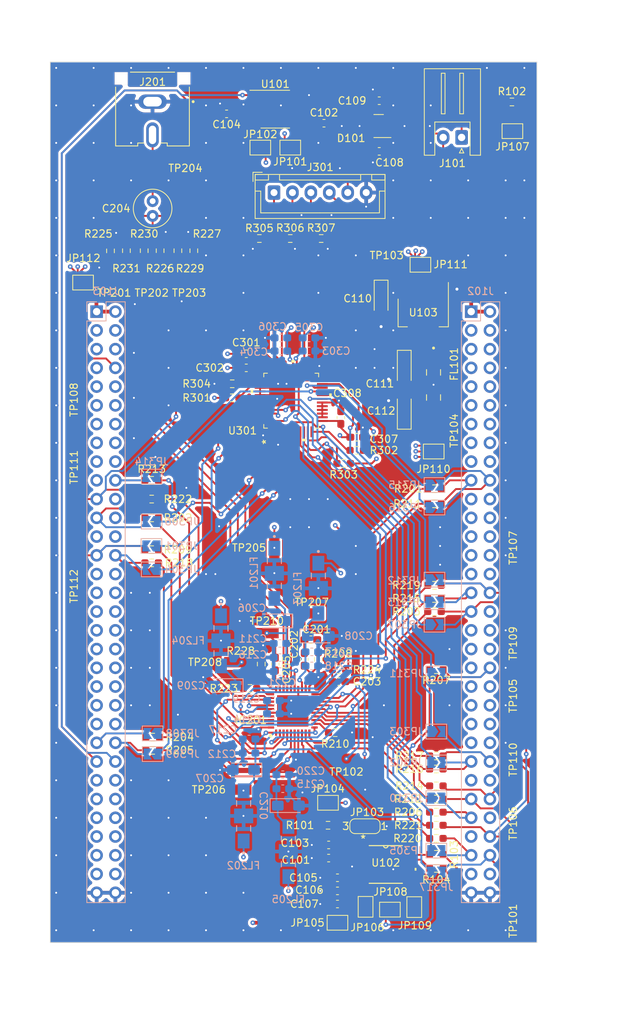
<source format=kicad_pcb>
(kicad_pcb (version 20221018) (generator pcbnew)
  (layers (0 "F.Cu" signal) (1 "In1.Cu" signal) (2 "In2.Cu" signal) (31 "B.Cu" signal) (34 "B.Paste" user) (35 "F.Paste" user) (36 "B.SilkS" user "B.Silkscreen") (37 "F.SilkS" user "F.Silkscreen") (38 "B.Mask" user) (39 "F.Mask" user) (44 "Edge.Cuts" user))
  (net 0 "")
  (net 1 "Net-(U103-VO)")
  (net 2 "ADV_COMP")
  (net 3 "DAC_1")
  (net 4 "Net-(JP110-A)")
  (net 5 "Net-(C201-Pad2)")
  (net 6 "EXT_LF")
  (net 7 "Net-(IC201-~{RESET})")
  (net 8 "Net-(J201-In)")
  (net 9 "Net-(U301A-COMP)")
  (net 10 "Net-(U301B-VREF)")
  (net 11 "Net-(IC201-P4)")
  (net 12 "Net-(IC201-P5)")
  (net 13 "Net-(IC201-P6)")
  (net 14 "Net-(IC201-P7)")
  (net 15 "Net-(IC201-P8)")
  (net 16 "Net-(IC201-P9)")
  (net 17 "Net-(IC201-P10)")
  (net 18 "Net-(IC201-P11)")
  (net 19 "Net-(IC201-ALSB)")
  (net 20 "Net-(IC201-SDA)")
  (net 21 "Net-(IC201-SCL)")
  (net 22 "Net-(IC201-P12)")
  (net 23 "ADV_CLKIN")
  (net 24 "DAC_3")
  (net 25 "DAC_2")
  (net 26 "+3V3")
  (net 27 "ADV_RSET")
  (net 28 "SFL")
  (net 29 "Net-(IC201-P13)")
  (net 30 "Net-(IC201-P14)")
  (net 31 "Net-(IC201-P15)")
  (net 32 "Net-(IC201-~{VSYNC})")
  (net 33 "Net-(IC201-~{HSYNC})")
  (net 34 "Net-(IC201-P0)")
  (net 35 "Net-(IC201-P1)")
  (net 36 "Net-(IC201-P2)")
  (net 37 "Net-(IC201-P3)")
  (net 38 "LTDC_B7")
  (net 39 "LTDC_G2")
  (net 40 "LTDC_G3")
  (net 41 "LTDC_G4")
  (net 42 "LTDC_G5")
  (net 43 "LTDC_G6")
  (net 44 "LTDC_G7")
  (net 45 "LTDC_R3")
  (net 46 "LTDC_R4")
  (net 47 "LTDC_R5")
  (net 48 "LTDC_R6")
  (net 49 "LTDC_R7")
  (net 50 "LTDC_B3")
  (net 51 "LTDC_B4")
  (net 52 "GND")
  (net 53 "LTDC_B5")
  (net 54 "LTDC_B6")
  (net 55 "I2C_SCL")
  (net 56 "I2C_SDA")
  (net 57 "LTDC_HSYNC")
  (net 58 "LTDC_CLK")
  (net 59 "LTDC_DE")
  (net 60 "LTDC_VSYNC")
  (net 61 "+5V")
  (net 62 "/CANL")
  (net 63 "Net-(JP103-C)")
  (net 64 "/CANH")
  (net 65 "CAN_TX")
  (net 66 "CAN_RX")
  (net 67 "Net-(JP103-B)")
  (net 68 "+1V8_I")
  (net 69 "+3V3_I")
  (net 70 "+1V8")
  (net 71 "Net-(JP106-A)")
  (net 72 "Net-(JP107-B)")
  (net 73 "AVDD_3V3")
  (net 74 "PVDD_1V8")
  (net 75 "DVDD_IO_3V3")
  (net 76 "DVDD_1V8_1")
  (net 77 "Net-(JP109-A)")
  (net 78 "+5V_IN")
  (net 79 "+3V3_IN")
  (net 80 "ADV7_R3")
  (net 81 "ADV7_R4")
  (net 82 "ADV7_R5")
  (net 83 "ADV7_R6")
  (net 84 "ADV7_R7")
  (net 85 "ADV7_G2")
  (net 86 "ADV7_G3")
  (net 87 "ADV7_G4")
  (net 88 "ADV7_G5")
  (net 89 "ADV7_G6")
  (net 90 "ADV7_G7")
  (net 91 "ADV7_B3")
  (net 92 "ADV7_B4")
  (net 93 "ADV7_B5")
  (net 94 "ADV7_B6")
  (net 95 "ADV7_B7")
  (net 96 "ADV7_CLK")
  (net 97 "Net-(U102-S1{slash}SDA)")
  (net 98 "Net-(U102-S2{slash}SCL)")
  (net 99 "Net-(U301A-PSAVE*)")
  (net 100 "Net-(U301A-SYNC*)")
  (net 101 "Net-(U301A-BLANK*)")
  (net 102 "Net-(U301A-RSET)")
  (net 103 "ADV7_IOR")
  (net 104 "ADV7_IOG")
  (net 105 "ADV7_IOB")
  (net 206 "Net-(C204-Pad1)")
  (net 207 "+3V3_C")
  (net 208 "+5V_C")
  (net 209 "DVDD_1V8_2")
  (footprint "Jumper:SolderJumper-2_P1.3mm_Open_TrianglePad1.0x1.5mm" (layer "F.Cu") (at 87.667 150.368 180)
    (fp_text reference "JP104")
    (fp_text value "SolderJumper_2_Open")
  )
  (footprint "Resistor_SMD:R_0603_1608Metric_Pad0.98x0.95mm_HandSolder" (layer "F.Cu") (at 102.362 148.082 180)
    (fp_text reference "R214")
    (fp_text value "0")
  )
  (footprint "Resistor_SMD:R_0603_1608Metric_Pad0.98x0.95mm_HandSolder" (layer "F.Cu") (at 63.754 111.76)
    (fp_text reference "R202")
    (fp_text value "0")
  )
  (footprint "Jumper:SolderJumper-3_P1.3mm_Open_RoundedPad1.0x1.5mm_NumberLabels" (layer "F.Cu") (at 92.68 153.543 180)
    (fp_text reference "JP103")
    (fp_text value "SolderJumper_3_Open")
  )
  (footprint "Capacitor_Tantalum_SMD:CP_EIA-3216-18_Kemet-A_Pad1.58x1.35mm_HandSolder" (layer "F.Cu") (at 94.869 82.042 -90)
    (fp_text reference "C110")
    (fp_text value "10u")
  )
  (footprint "CDCE913PW:PW14" (layer "F.Cu") (at 95.504 158.725)
    (fp_text reference "U102")
    (fp_text value "CDCE913PW")
  )
  (footprint "Jumper:SolderJumper-2_P1.3mm_Open_TrianglePad1.0x1.5mm" (layer "F.Cu") (at 96.0641 164.846)
    (fp_text reference "JP108")
    (fp_text value "SolderJumper_2_Open")
  )
  (footprint "KEYSTONE5015:KEYSTONE_5015" (layer "F.Cu") (at 79.375 127.381 180)
    (fp_text reference "TP210")
    (fp_text value "TestPoint_Flag")
  )
  (footprint "Jumper:SolderJumper-2_P1.3mm_Open_TrianglePad1.0x1.5mm" (layer "F.Cu") (at 100.203 77.47 180)
    (fp_text reference "JP111")
    (fp_text value "SolderJumper_2_Open")
  )
  (footprint "Jumper:SolderJumper-2_P1.3mm_Open_TrianglePad1.0x1.5mm" (layer "F.Cu") (at 99.3661 164.502 -90)
    (fp_text reference "JP109")
    (fp_text value "SolderJumper_2_Open")
  )
  (footprint "Resistor_SMD:R_0603_1608Metric_Pad0.98x0.95mm_HandSolder" (layer "F.Cu") (at 87.671603 153.416)
    (fp_text reference "R101")
    (fp_text value "0Ω")
  )
  (footprint "Capacitor_Tantalum_SMD:CP_EIA-3216-18_Kemet-A_Pad1.58x1.35mm_HandSolder" (layer "F.Cu") (at 98.009 91.5475 -90)
    (fp_text reference "C111")
    (fp_text value "22u")
  )
  (footprint "Resistor_SMD:R_0603_1608Metric_Pad0.98x0.95mm_HandSolder" (layer "F.Cu") (at 91.567 102.616)
    (fp_text reference "R302")
    (fp_text value "1K")
  )
  (footprint "Capacitor_SMD:C_0603_1608Metric_Pad1.08x0.95mm_HandSolder" (layer "F.Cu") (at 89.154 133.952)
    (fp_text reference "C203")
    (fp_text value "100n")
  )
  (footprint "Resistor_SMD:R_0603_1608Metric_Pad0.98x0.95mm_HandSolder" (layer "F.Cu") (at 88.646 140.8656 180)
    (fp_text reference "R210")
    (fp_text value "0")
  )
  (footprint "Capacitor_SMD:C_0603_1608Metric_Pad1.08x0.95mm_HandSolder" (layer "F.Cu") (at 87.757 157.861 180)
    (fp_text reference "C101")
    (fp_text value "100n")
  )
  (footprint "Resistor_SMD:R_0603_1608Metric_Pad0.98x0.95mm_HandSolder" (layer "F.Cu") (at 102.362 145.796 180)
    (fp_text reference "R216")
    (fp_text value "0")
  )
  (footprint "Capacitor_SMD:C_0603_1608Metric_Pad1.08x0.95mm_HandSolder" (layer "F.Cu") (at 91.567 100.838 180)
    (fp_text reference "C307")
    (fp_text value "100nf")
  )
  (footprint "Capacitor_SMD:C_0603_1608Metric_Pad1.08x0.95mm_HandSolder" (layer "F.Cu") (at 89.408 98.171 -90)
    (fp_text reference "C308")
    (fp_text value "10nf")
  )
  (footprint "Resistor_SMD:R_0603_1608Metric_Pad0.98x0.95mm_HandSolder" (layer "F.Cu") (at 86.36 130.937 90)
    (fp_text reference "R208")
    (fp_text value "170 (169)")
  )
  (footprint "NFE61PT472C1H9L:FIL_NFE61PT472C1H9L" (layer "F.Cu") (at 101.981 93.755 -90)
    (fp_text reference "FL101")
    (fp_text value "Filter_EMI_LCL")
  )
  (footprint "Resistor_SMD:R_0603_1608Metric_Pad0.98x0.95mm_HandSolder" (layer "F.Cu") (at 102.362 144.018 180)
    (fp_text reference "R217")
    (fp_text value "0")
  )
  (footprint "KEYSTONE5015:KEYSTONE_5015" (layer "F.Cu") (at 53.213 91.44 90)
    (fp_text reference "TP108")
    (fp_text value "TestPoint_Flag")
  )
  (footprint "Resistor_SMD:R_0603_1608Metric_Pad0.98x0.95mm_HandSolder" (layer "F.Cu") (at 89.789 104.394)
    (fp_text reference "R303")
    (fp_text value "4K7")
  )
  (footprint "Jumper:SolderJumper-2_P1.3mm_Open_TrianglePad1.0x1.5mm" (layer "F.Cu") (at 112.6775 59.37)
    (fp_text reference "JP107")
    (fp_text value "SolderJumper_2_Open")
  )
  (footprint "KEYSTONE5015:KEYSTONE_5015" (layer "F.Cu") (at 59.309 79.502)
    (fp_text reference "TP201")
    (fp_text value "TestPoint_Flag")
  )
  (footprint "Resistor_SMD:R_0603_1608Metric_Pad0.98x0.95mm_HandSolder" (layer "F.Cu") (at 102.362 132.334 180)
    (fp_text reference "R207")
    (fp_text value "0")
  )
  (footprint "Resistor_SMD:R_0603_1608Metric_Pad0.98x0.95mm_HandSolder" (layer "F.Cu") (at 63.754 109.22 180)
    (fp_text reference "R222")
    (fp_text value "0")
  )
  (footprint "Resistor_SMD:R_0603_1608Metric_Pad0.98x0.95mm_HandSolder" (layer "F.Cu") (at 102.108 109.855)
    (fp_text reference "R211")
    (fp_text value "0")
  )
  (footprint "Resistor_SMD:R_0603_1608Metric_Pad0.98x0.95mm_HandSolder" (layer "F.Cu") (at 102.108 120.904)
    (fp_text reference "R219")
    (fp_text value "0")
  )
  (footprint "Capacitor_SMD:C_0603_1608Metric_Pad1.08x0.95mm_HandSolder" (layer "F.Cu") (at 76.581 91.44 180)
    (fp_text reference "C302")
    (fp_text value "100nf")
  )
  (footprint "Capacitor_THT:C_Radial_D5.0mm_H11.0mm_P2.00mm" (layer "F.Cu") (at 63.881 70.85 90)
    (fp_text reference "C204")
    (fp_text value "220uf")
  )
  (footprint "KEYSTONE5015:KEYSTONE_5015" (layer "F.Cu") (at 80.391 115.824 90)
    (fp_text reference "TP205")
    (fp_text value "TestPoint_Flag")
  )
  (footprint "Resistor_SMD:R_0603_1608Metric_Pad0.98x0.95mm_HandSolder" (layer "F.Cu") (at 102.362 155.194 180)
    (fp_text reference "R220")
    (fp_text value "0")
  )
  (footprint "KEYSTONE5015:KEYSTONE_5015" (layer "F.Cu") (at 53.213 109.22 90)
    (fp_text reference "TP111")
    (fp_text value "TestPoint_Flag")
  )
  (footprint "Capacitor_SMD:C_0603_1608Metric_Pad1.08x0.95mm_HandSolder" (layer "F.Cu") (at 85.344 128.27)
    (fp_text reference "C201")
    (fp_text value "150n")
  )
  (footprint "Resistor_SMD:R_0603_1608Metric_Pad0.98x0.95mm_HandSolder" (layer "F.Cu") (at 102.108 122.682)
    (fp_text reference "R215")
    (fp_text value "0")
  )
  (footprint "KEYSTONE5015:KEYSTONE_5015" (layer "F.Cu") (at 75.184 131.318)
    (fp_text reference "TP208")
    (fp_text value "TestPoint_Flag")
  )
  (footprint "KEYSTONE5015:KEYSTONE_5015" (layer "F.Cu") (at 112.776 148.844 90)
    (fp_text reference "TP110")
    (fp_text value "TestPoint_Flag")
  )
  (footprint "KEYSTONE5015:KEYSTONE_5015" (layer "F.Cu") (at 75.692 148.59 180)
    (fp_text reference "TP206")
    (fp_text value "TestPoint_Flag")
  )
  (footprint "KEYSTONE5015:KEYSTONE_5015" (layer "F.Cu") (at 112.776 120.142 90)
    (fp_text reference "TP107")
    (fp_text value "TestPoint_Flag")
  )
  (footprint "Resistor_SMD:R_0603_1608Metric_Pad0.98x0.95mm_HandSolder" (layer "F.Cu") (at 63.754 117.856)
    (fp_text reference "R218")
    (fp_text value "0")
  )
  (footprint "Jumper:SolderJumper-2_P1.3mm_Open_TrianglePad1.0x1.5mm" (layer "F.Cu") (at 82.55 61.595)
    (fp_text reference "JP101")
    (fp_text value "SolderJumper_2_Open")
  )
  (footprint "Resistor_SMD:R_0603_1608Metric_Pad0.98x0.95mm_HandSolder" (layer "F.Cu") (at 63.754 116.078)
    (fp_text reference "R209")
    (fp_text value "0")
  )
  (footprint "Resistor_SMD:R_0603_1608Metric_Pad0.98x0.95mm_HandSolder" (layer "F.Cu") (at 102.362 157.353 180)
    (fp_text reference "R103")
    (fp_text value "0")
  )
  (footprint "Capacitor_Tantalum_SMD:CP_EIA-3216-18_Kemet-A_Pad1.58x1.35mm_HandSolder" (layer "F.Cu") (at 98.009 97.2625 90)
    (fp_text reference "C112")
    (fp_text value "33u")
  )
  (footprint "Resistor_SMD:R_0603_1608Metric_Pad0.98x0.95mm_HandSolder" (layer "F.Cu") (at 67.31 75.565 -90)
    (fp_text reference "R229")
    (fp_text value "0Ω")
  )
  (footprint "RCA:CUI_RCJ-044" (layer "F.Cu") (at 63.864 55.372 90)
    (fp_text reference "J201")
    (fp_text value "CVBS")
    (fp_line (start 2.3 -5.15) (end 2.3 -3.35) (stroke (width 0.01)) (layer "Edge.Cuts"))
    (fp_line (start 2.3 -3.35) (end 4 -3.35) (stroke (width 0.01)) (layer "Edge.Cuts"))
    (fp_line (start 2.3 3.35) (end 2.3 5.15) (stroke (width 0.01)) (layer "Edge.Cuts"))
    (fp_line (start 2.3 5.15) (end 4 5.15) (stroke (width 0.01)) (layer "Edge.Cuts"))
    (fp_line (start 4 -5.15) (end 2.3 -5.15) (stroke (width 0.01)) (layer "Edge.Cuts"))
    (fp_line (start 4 -3.35) (end 4 -5.15) (stroke (width 0.01)) (layer "Edge.Cuts"))
    (fp_line (start 4 3.35) (end 2.3 3.35) (stroke (width 0.01)) (layer "Edge.Cuts"))
    (fp_line (start 4 5.15) (end 4 3.35) (stroke (width 0.01)) (layer "Edge.Cuts"))
  )
  (footprint "KEYSTONE5015:KEYSTONE_5015" (layer "F.Cu") (at 53.213 116.84 90)
    (fp_text reference "TP112")
    (fp_text value "TestPoint_Flag")
  )
  (footprint "Capacitor_SMD:C_0603_1608Metric_Pad1.08x0.95mm_HandSolder" (layer "F.Cu") (at 73.914 57.023 180)
    (fp_text reference "C104")
    (fp_text value "100n")
  )
  (footprint "KEYSTONE5015:KEYSTONE_5015" (layer "F.Cu") (at 95.631 77.851)
    (fp_text reference "TP103")
    (fp_text value "TestPoint_Flag")
  )
  (footprint "Resistor_SMD:R_0603_1608Metric_Pad0.98x0.95mm_HandSolder" (layer "F.Cu") (at 77.089 134.874)
    (fp_text reference "R223")
    (fp_text value "0Ω")
  )
  (footprint "Capacitor_SMD:C_0603_1608Metric_Pad1.08x0.95mm_HandSolder" (layer "F.Cu") (at 88.9521 160.528 180)
    (fp_text reference "C105")
    (fp_text value "100n")
  )
  (footprint "KEYSTONE5015:KEYSTONE_5015" (layer "F.Cu") (at 63.881 64.389)
    (fp_text reference "TP204")
    (fp_text value "TestPoint_Flag")
  )
  (footprint "Connector_JST:JST_XH_S2B-XH-A_1x02_P2.50mm_Horizontal" (layer "F.Cu") (at 105.79 60.219 180)
    (fp_text reference "J101")
    (fp_text value "Conn_01x02_Pin")
  )
  (footprint "Resistor_SMD:R_0603_1608Metric_Pad0.98x0.95mm_HandSolder" (layer "F.Cu") (at 89.154 132.334)
    (fp_text reference "R224")
    (fp_text value "10K")
  )
  (footprint "KEYSTONE5015:KEYSTONE_5015" (layer "F.Cu") (at 112.776 124.46 90)
    (fp_text reference "TP109")
    (fp_text value "TestPoint_Flag")
  )
  (footprint "Resistor_SMD:R_0603_1608Metric_Pad0.98x0.95mm_HandSolder" (layer "F.Cu") (at 112.6125 55.41)
    (fp_text reference "R102")
    (fp_text value "120")
  )
  (footprint "Resistor_SMD:R_0603_1608Metric_Pad0.98x0.95mm_HandSolder" (layer "F.Cu") (at 102.362 151.638 180)
    (fp_text reference "R206")
    (fp_text value "0")
  )
  (footprint "Jumper:SolderJumper-2_P1.3mm_Open_TrianglePad1.0x1.5mm" (layer "F.Cu") (at 92.7621 164.465 -90)
    (fp_text reference "JP106")
    (fp_text value "SolderJumper_2_Open")
  )
  (footprint "Resistor_SMD:R_0603_1608Metric_Pad0.98x0.95mm_HandSolder" (layer "F.Cu") (at 102.362 159.258 180)
    (fp_text reference "R104")
    (fp_text value "0")
  )
  (footprint "Jumper:SolderJumper-2_P1.3mm_Open_TrianglePad1.0x1.5mm" (layer "F.Cu") (at 54.446 79.883 180)
    (fp_text reference "JP112")
    (fp_text value "SolderJumper_2_Open")
  )
  (footprint "Resistor_SMD:R_0603_1608Metric_Pad0.98x0.95mm_HandSolder" (layer "F.Cu") (at 78.613 131.572 -90)
    (fp_text reference "R228")
    (fp_text value "510 1%")
  )
  (footprint "Resistor_SMD:R_0603_1608Metric_Pad0.98x0.95mm_HandSolder" (layer "F.Cu") (at 102.108 107.823 180)
    (fp_text reference "R201")
    (fp_text value "0")
  )
  (footprint "Resistor_SMD:R_0603_1608Metric_Pad0.98x0.95mm_HandSolder" (layer "F.Cu") (at 63.9 143.256)
    (fp_text reference "R205")
    (fp_text value "0")
  )
  (footprint "Resistor_SMD:R_0603_1608Metric_Pad0.98x0.95mm_HandSolder" (layer "F.Cu") (at 86.741 73.914)
    (fp_text reference "R307")
    (fp_text value "75")
  )
  (footprint "KEYSTONE5015:KEYSTONE_5015" (layer "F.Cu") (at 102.005 99.978)
    (fp_text reference "TP104")
    (fp_text value "TestPoint_Flag")
  )
  (footprint "KEYSTONE5015:KEYSTONE_5015" (layer "F.Cu") (at 68.326 79.502)
    (fp_text reference "TP203")
    (fp_text value "TestPoint_Flag")
  )
  (footprint "ADV7393BCPZ:QFN50P600X600X80-41N" (layer "F.Cu") (at 82.888 137.9156 90)
    (fp_text reference "IC201")
    (fp_text value "ADV7393BCPZ" hide)
  )
  (footprint "KEYSTONE5015:KEYSTONE_5015" (layer "F.Cu") (at 112.776 157.48 90)
    (fp_text reference "TP106")
    (fp_text value "TestPoint_Flag")
  )
  (footprint "Connector_JST:JST_XH_B6B-XH-A_1x06_P2.50mm_Vertical" (layer "F.Cu") (at 80.344 67.691)
    (fp_text reference "J301")
    (fp_text value "Connector RGB")
  )
  (footprint "Capacitor_SMD:C_0603_1608Metric_Pad1.08x0.95mm_HandSolder" (layer "F.Cu") (at 88.9521 164.084 180)
    (fp_text reference "C107")
    (fp_text value "1u")
  )
  (footprint "Resistor_SMD:R_0603_1608Metric_Pad0.98x0.95mm_HandSolder" (layer "F.Cu") (at 74.676 95.504 180)
    (fp_text reference "R301")
    (fp_text value "4K7")
  )
  (footprint "ADV7125KSTZ140:ADV7125KSTZ140" (layer "F.Cu") (at 82.677 95.885 90)
    (fp_text reference "U301")
    (fp_text value "ADV7125KSTZ140")
  )
  (footprint "KEYSTONE5015:KEYSTONE_5015" (layer "F.Cu") (at 112.776 140.208 90)
    (fp_text reference "TP105")
    (fp_text value "TestPoint_Flag")
  )
  (footprint "Resistor_SMD:R_0603_1608Metric_Pad0.98x0.95mm_HandSolder" (layer "F.Cu") (at 78.359 73.914 180)
    (fp_text reference "R305")
    (fp_text value "75")
  )
  (footprint "KEYSTONE5015:KEYSTONE_5015" (layer "F.Cu") (at 112.776 162.052 90)
    (fp_text reference "TP101")
    (fp_text value "TestPoint_Flag")
  )
  (footprint "Capacitor_SMD:C_0603_1608Metric_Pad1.08x0.95mm_HandSolder" (layer "F.Cu") (at 87.122 58.293)
    (fp_text reference "C102")
    (fp_text value "100n")
  )
  (footprint "Capacitor_SMD:C_0603_1608Metric_Pad1.08x0.95mm_HandSolder" (layer "F.Cu") (at 94.615 55.245 180)
    (fp_text reference "C109")
    (fp_text value "47p")
  )
  (footprint "Package_TO_SOT_SMD:SOT-23" (layer "F.Cu") (at 94.5365 58.674 180)
    (fp_text reference "D101")
    (fp_text value "ESDCAN24-2BLY")
  )
  (footprint "Resistor_SMD:R_0603_1608Metric_Pad0.98x0.95mm_HandSolder" (layer "F.Cu") (at 60.325 75.565 -90)
    (fp_text reference "R231")
    (fp_text value "0Ω")
  )
  (footprint "Resistor_SMD:R_0603_1608Metric_Pad0.98x0.95mm_HandSolder" (layer "F.Cu") (at 63.754 106.68 180)
    (fp_text reference "R213")
    (fp_text value "0")
  )
  (footprint "Package_TO_SOT_SMD:SOT-223-3_TabPin2" (layer "F.Cu") (at 100.584 83.9675 -90)
    (fp_text reference "U103")
    (fp_text value "AMS1117-1.8")
  )
  (footprint "Resistor_SMD:R_0603_1608Metric_Pad0.98x0.95mm_HandSolder" (layer "F.Cu") (at 74.676 93.599 180)
    (fp_text reference "R304")
    (fp_text value "560")
  )
  (footprint "Resistor_SMD:R_0603_1608Metric_Pad0.98x0.95mm_HandSolder" (layer "F.Cu") (at 62.738 75.565 -90)
    (fp_text reference "R230")
    (fp_text value "0Ω")
  )
  (footprint "Resistor_SMD:R_0603_1608Metric_Pad0.98x0.95mm_HandSolder" (layer "F.Cu") (at 64.897 75.565 -90)
    (fp_text reference "R226")
    (fp_text value "75")
  )
  (footprint "Capacitor_SMD:C_0603_1608Metric_Pad1.08x0.95mm_HandSolder" (layer "F.Cu") (at 87.757 156.083 180)
    (fp_text reference "C103")
    (fp_text value "1u")
  )
  (footprint "Resistor_SMD:R_0603_1608Metric_Pad0.98x0.95mm_HandSolder" (layer "F.Cu") (at 102.108 124.46 180)
    (fp_text reference "R203")
    (fp_text value "0")
  )
  (footprint "KEYSTONE5015:KEYSTONE_5015" (layer "F.Cu") (at 63.754 79.502)
    (fp_text reference "TP202")
    (fp_text value "TestPoint_Flag")
  )
  (footprint "Resistor_SMD:R_0603_1608Metric_Pad0.98x0.95mm_HandSolder" (layer "F.Cu") (at 69.469 75.565 -90)
    (fp_text reference "R227")
    (fp_text value "75")
  )
  (footprint "Capacitor_SMD:C_0603_1608Metric_Pad1.08x0.95mm_HandSolder" (layer "F.Cu") (at 94.615 62.103)
    (fp_text reference "C108")
    (fp_text value "47p")
  )
  (footprint "Resistor_SMD:R_0603_1608Metric_Pad0.98x0.95mm_HandSolder" (layer "F.Cu") (at 102.362 153.416)
    (fp_text reference "R221")
    (fp_text value "0")
  )
  (footprint "Capacitor_SMD:C_0603_1608Metric_Pad1.08x0.95mm_HandSolder" (layer "F.Cu") (at 88.9521 162.306 180)
    (fp_text reference "C106")
    (fp_text value "100n")
  )
  (footprint "Package_SO:SOIC-8_3.9x4.9mm_P1.27mm" (layer "F.Cu") (at 80.518 56.388)
    (fp_text reference "U101")
    (fp_text value "MCP2562-E-SN")
  )
  (footprint "Capacitor_SMD:C_0603_1608Metric_Pad1.08x0.95mm_HandSolder" (layer "F.Cu") (at 84.455 130.937 -90)
    (fp_text reference "C202")
    (fp_text value "12n")
  )
  (footprint "Jumper:SolderJumper-2_P1.3mm_Open_TrianglePad1.0x1.5mm" (layer "F.Cu") (at 78.486 61.595)
    (fp_text reference "JP102")
    (fp_text value "SolderJumper_2_Open")
  )
  (footprint "Capacitor_SMD:C_0603_1608Metric_Pad1.08x0.95mm_HandSolder" (layer "F.Cu") (at 80.518 131.572 -90)
    (fp_text reference "C205")
    (fp_text value "2n2")
  )
  (footprint "Resistor_SMD:R_0603_1608Metric_Pad0.98x0.95mm_HandSolder" (layer "F.Cu") (at 82.55 73.914)
    (fp_text reference "R306")
    (fp_text value "75")
  )
  (footprint "Resistor_SMD:R_0603_1608Metric_Pad0.98x0.95mm_HandSolder" (layer "F.Cu") (at 63.8975 141.478)
    (fp_text reference "R204")
    (fp_text value "0")
  )
  (footprint "KEYSTONE5015:KEYSTONE_5015" (layer "F.Cu") (at 85.471 124.714 180)
    (fp_text reference "TP207")
    (fp_text value "TestPoint_Flag")
  )
  (footprint "KEYSTONE5015:KEYSTONE_5015" (layer "F.Cu") (at 90.17 144.399)
    (fp_text reference "TP102")
    (fp_text value "TestPoint_Flag")
  )
  (footprint "Jumper:SolderJumper-2_P1.3mm_Open_TrianglePad1.0x1.5mm" (layer "F.Cu") (at 102.005 102.772 180)
    (fp_text reference "JP110")
    (fp_text value "SolderJumper_2_Open")
  )
  (footprint "Capacitor_SMD:C_0603_1608Metric_Pad1.08x0.95mm_HandSolder" (layer "F.Cu") (at 76.581 89.535 180)
    (fp_text reference "C301")
    (fp_text value "100nf")
  )
  (footprint "Resistor_SMD:R_0603_1608Metric_Pad0.98x0.95mm_HandSolder" (layer "F.Cu") (at 58.166 75.5885 -90)
    (fp_text reference "R225")
    (fp_text value "75")
  )
  (footprint "Resistor_SMD:R_0603_1608Metric_Pad0.98x0.95mm_HandSolder" (layer "F.Cu") (at 102.362 149.86 180)
    (fp_text reference "R212")
    (fp_text value "0")
  )
  (footprint "Jumper:SolderJumper-2_P1.3mm_Open_TrianglePad1.0x1.5mm" (layer "F.Cu") (at 88.9521 166.624)
    (fp_text reference "JP105")
    (fp_text value "SolderJumper_2_Open")
  )
  (footprint "Capacitor_SMD:C_0603_1608Metric_Pad1.08x0.95mm_HandSolder" (layer "B.Cu") (at 81.153 130.683 180)
    (fp_text reference "C216")
    (fp_text value "10n")
  )
  (footprint "Jumper:SolderJumper-2_P1.3mm_Open_TrianglePad1.0x1.5mm" (layer "B.Cu") (at 63.881 143.764 180)
    (fp_text reference "JP309")
    (fp_text value "SolderJumper_2_Open")
  )
  (footprint "Capacitor_SMD:C_0603_1608Metric_Pad1.08x0.95mm_HandSolder" (layer "B.Cu") (at 81.153 128.778 180)
    (fp_text reference "C211")
    (fp_text value "100n")
  )
  (footprint "Capacitor_SMD:C_0603_1608Metric_Pad1.08x0.95mm_HandSolder" (layer "B.Cu") (at 81.534 148.463)
    (fp_text reference "C215")
    (fp_text value "100n")
  )
  (footprint "Capacitor_Tantalum_SMD:CP_EIA-3216-18_Kemet-A_Pad1.58x1.35mm_HandSolder" (layer "B.Cu") (at 86.36 127.762)
    (fp_text reference "C208")
    (fp_text value "33u")
  )
  (footprint "Capacitor_SMD:C_0603_1608Metric_Pad1.08x0.95mm_HandSolder" (layer "B.Cu") (at 76.962 143.637 180)
    (fp_text reference "C212")
    (fp_text value "100n")
  )
  (footprint "Jumper:SolderJumper-2_P1.3mm_Open_TrianglePad1.0x1.5mm" (layer "B.Cu") (at 102.362 156.845)
    (fp_text reference "JP305")
    (fp_text value "SolderJumper_2_Open")
  )
  (footprint "NFE61PT472C1H9L:FIL_NFE61PT472C1H9L" (layer "B.Cu") (at 76.224 152.146 90)
    (fp_text reference "FL202")
    (fp_text value "Filter_EMI_LCL")
  )
  (footprint "Capacitor_SMD:C_0603_1608Metric_Pad1.08x0.95mm_HandSolder" (layer "B.Cu") (at 85.09 89.154 180)
    (fp_text reference "C303")
    (fp_text value "100nf")
  )
  (footprint "Jumper:SolderJumper-2_P1.3mm_Open_TrianglePad1.0x1.5mm" (layer "B.Cu") (at 102.108 126.238)
    (fp_text reference "JP307")
    (fp_text value "SolderJumper_2_Open")
  )
  (footprint "Jumper:SolderJumper-2_P1.3mm_Open_TrianglePad1.0x1.5mm" (layer "B.Cu") (at 102.108 110.363)
    (fp_text reference "JP316")
    (fp_text value "SolderJumper_2_Open")
  )
  (footprint "Jumper:SolderJumper-2_P1.3mm_Open_TrianglePad1.0x1.5mm" (layer "B.Cu") (at 102.362 159.766)
    (fp_text reference "JP317")
    (fp_text value "SolderJumper_2_Open")
  )
  (footprint "NFE61PT472C1H9L:FIL_NFE61PT472C1H9L" (layer "B.Cu") (at 82.296 156.972 90)
    (fp_text reference "FL205")
    (fp_text value "Filter_EMI_LCL")
  )
  (footprint "NFE61PT472C1H9L:FIL_NFE61PT472C1H9L" (layer "B.Cu") (at 86.36 121.314 -90)
    (fp_text reference "FL203")
    (fp_text value "Filter_EMI_LCL")
  )
  (footprint "Capacitor_SMD:C_0603_1608Metric_Pad1.08x0.95mm_HandSolder" (layer "B.Cu") (at 85.09 87.376 180)
    (fp_text reference "C305")
    (fp_text value "10nf")
  )
  (footprint "Capacitor_Tantalum_SMD:CP_EIA-3216-18_Kemet-A_Pad1.58x1.35mm_HandSolder" (layer "B.Cu") (at 73.66 134.493 180)
    (fp_text reference "C209")
    (fp_text value "33u")
  )
  (footprint "Jumper:SolderJumper-2_P1.3mm_Open_TrianglePad1.0x1.5mm" (layer "B.Cu") (at 102.108 107.315)
    (fp_text reference "JP315")
    (fp_text value "SolderJumper_2_Open")
  )
  (footprint "Jumper:SolderJumper-2_P1.3mm_Open_TrianglePad1.0x1.5mm" (layer "B.Cu") (at 102.108 123.19)
    (fp_text reference "JP313")
    (fp_text value "SolderJumper_2_Open")
  )
  (footprint "Capacitor_SMD:C_0603_1608Metric_Pad1.08x0.95mm_HandSolder" (layer "B.Cu") (at 81.28 89.154)
    (fp_text reference "C304")
    (fp_text value "100nf")
  )
  (footprint "Capacitor_Tantalum_SMD:CP_EIA-3216-18_Kemet-A_Pad1.58x1.35mm_HandSolder" (layer "B.Cu") (at 80.391 125.73 180)
    (fp_text reference "C206")
    (fp_text value "33u")
  )
  (footprint "Jumper:SolderJumper-2_P1.3mm_Open_TrianglePad1.0x1.5mm" (layer "B.Cu") (at 63.754 118.745 180)
    (fp_text reference "JP304")
    (fp_text value "SolderJumper_2_Open")
  )
  (footprint "Capacitor_SMD:C_0603_1608Metric_Pad1.08x0.95mm_HandSolder" (layer "B.Cu") (at 85.471 129.921)
    (fp_text reference "C213")
    (fp_text value "100n")
  )
  (footprint "NFE61PT472C1H9L:FIL_NFE61PT472C1H9L" (layer "B.Cu") (at 73.152 128.426 -90)
    (fp_text reference "FL204")
    (fp_text value "Filter_EMI_LCL")
  )
  (footprint "Capacitor_SMD:C_0603_1608Metric_Pad1.08x0.95mm_HandSolder" (layer "B.Cu") (at 80.264 138.303)
    (fp_text reference "C214")
    (fp_text value "100n")
  )
  (footprint "Connector_PinSocket_2.54mm:PinSocket_2x32_P2.54mm_Vertical" (layer "B.Cu") (at 107.09 83.82 180)
    (fp_text reference "J102")
    (fp_text value "DISC1-P1")
  )
  (footprint "Capacitor_SMD:C_0603_1608Metric_Pad1.08x0.95mm_HandSolder" (layer "B.Cu") (at 80.264 136.525)
    (fp_text reference "C219")
    (fp_text value "10n")
  )
  (footprint "Jumper:SolderJumper-2_P1.3mm_Open_TrianglePad1.0x1.5mm" (layer "B.Cu") (at 102.362 140.716)
    (fp_text reference "JP303")
    (fp_text value "SolderJumper_2_Open")
  )
  (footprint "Jumper:SolderJumper-2_P1.3mm_Open_TrianglePad1.0x1.5mm" (layer "B.Cu") (at 63.754 112.268 180)
    (fp_text reference "JP306")
    (fp_text value "SolderJumper_2_Open")
  )
  (footprint "Capacitor_SMD:C_0603_1608Metric_Pad1.08x0.95mm_HandSolder" (layer "B.Cu") (at 81.534 146.558)
    (fp_text reference "C220")
    (fp_text value "10n")
  )
  (footprint "Capacitor_SMD:C_0603_1608Metric_Pad1.08x0.95mm_HandSolder" (layer "B.Cu") (at 81.153 132.588 180)
    (fp_text reference "C221")
    (fp_text value "1u")
  )
  (footprint "NFE61PT472C1H9L:FIL_NFE61PT472C1H9L" (layer "B.Cu") (at 80.391 119.282 -90)
    (fp_text reference "FL201")
    (fp_text value "Filter_EMI_LCL")
  )
  (footprint "Capacitor_Tantalum_SMD:CP_EIA-3216-18_Kemet-A_Pad1.58x1.35mm_HandSolder" (layer "B.Cu") (at 82.296 150.749)
    (fp_text reference "C210")
    (fp_text value "33u")
  )
  (footprint "Capacitor_SMD:C_0603_1608Metric_Pad1.08x0.95mm_HandSolder" (layer "B.Cu") (at 85.471 131.826)
    (fp_text reference "C218")
    (fp_text value "10n")
  )
  (footprint "Jumper:SolderJumper-2_P1.3mm_Open_TrianglePad1.0x1.5mm" (layer "B.Cu") (at 102.362 149.733)
    (fp_text reference "JP310")
    (fp_text value "SolderJumper_2_Open")
  )
  (footprint "Capacitor_SMD:C_0603_1608Metric_Pad1.08x0.95mm_HandSolder" (layer "B.Cu") (at 76.962 141.732 180)
    (fp_text reference "C217")
    (fp_text value "10n")
  )
  (footprint "Jumper:SolderJumper-2_P1.3mm_Open_TrianglePad1.0x1.5mm" (layer "B.Cu") (at 102.362 144.907)
    (fp_text reference "JP302")
    (fp_text value "SolderJumper_2_Open")
  )
  (footprint "Jumper:SolderJumper-2_P1.3mm_Open_TrianglePad1.0x1.5mm" (layer "B.Cu") (at 102.362 132.842)
    (fp_text reference "JP311")
    (fp_text value "SolderJumper_2_Open")
  )
  (footprint "Jumper:SolderJumper-2_P1.3mm_Open_TrianglePad1.0x1.5mm" (layer "B.Cu") (at 63.754 106.172 180)
    (fp_text reference "JP314")
    (fp_text value "SolderJumper_2_Open")
  )
  (footprint "Jumper:SolderJumper-2_P1.3mm_Open_TrianglePad1.0x1.5mm" (layer "B.Cu") (at 63.881 140.97 180)
    (fp_text reference "JP308")
    (fp_text value "SolderJumper_2_Open")
  )
  (footprint "Capacitor_SMD:C_0603_1608Metric_Pad1.08x0.95mm_HandSolder" (layer "B.Cu") (at 81.28 87.376)
    (fp_text reference "C306")
    (fp_text value "10nf")
  )
  (footprint "Jumper:SolderJumper-2_P1.3mm_Open_TrianglePad1.0x1.5mm" (layer "B.Cu") (at 102.108 120.142)
    (fp_text reference "JP312")
    (fp_text value "SolderJumper_2_Open")
  )
  (footprint "Jumper:SolderJumper-2_P1.3mm_Open_TrianglePad1.0x1.5mm" (layer "B.Cu") (at 63.717 115.57 180)
    (fp_text reference "JP301")
    (fp_text value "SolderJumper_2_Open")
  )
  (footprint "Capacitor_Tantalum_SMD:CP_EIA-3216-18_Kemet-A_Pad1.58x1.35mm_HandSolder" (layer "B.Cu") (at 76.2 145.923 180)
    (fp_text reference "C207")
    (fp_text value "33u")
  )
  (footprint "Connector_PinSocket_2.54mm:PinSocket_2x32_P2.54mm_Vertical" (layer "B.Cu") (at 56.29 83.82 180)
    (fp_text reference "J103")
    (fp_text value "DISC1-P2")
  )
  (gr_rect locked (start 50 50) (end 116 169.3) (stroke (width 0.1)) (fill none) (layer "Edge.Cuts"))
  (segment (start 100.584 88.958) (end 100.642 88.958) (width 0.508) (layer "F.Cu") (net 1))
  (segment (start 101.981 90.297) (end 101.981 90.355) (width 0.508) (layer "F.Cu") (net 1))
  (segment (start 100.642 88.958) (end 101.981 90.297) (width 0.508) (layer "F.Cu") (net 1))
  (segment (start 100.584 88.958) (end 99.432 90.11) (width 0.508) (layer "F.Cu") (net 1))
  (segment (start 100.584 87.1175) (end 100.584 88.958) (width 0.508) (layer "F.Cu") (net 1))
  (segment (start 99.432 90.11) (end 98.009 90.11) (width 0.508) (layer "F.Cu") (net 1))
  (segment (start 100.584 80.8175) (end 100.584 87.1175) (width 0.508) (layer "F.Cu") (net 1))
  (segment (start 81.138 134.9656) (end 81.138 134.220474) (width 0.254) (layer "F.Cu") (net 2))
  (segment (start 81.138 134.220474) (end 80.518 133.600474) (width 0.254) (layer "F.Cu") (net 2))
  (segment (start 80.518 133.600474) (end 80.518 132.4345) (width 0.254) (layer "F.Cu") (net 2))
  (segment (start 60.325 76.4775) (end 60.325 76.628) (width 0.254) (layer "F.Cu") (net 3))
  (segment (start 74.422 118.999) (end 74.422 110.744) (width 0.254) (layer "F.Cu") (net 3))
  (segment (start 81.638 126.215) (end 74.422 118.999) (width 0.254) (layer "F.Cu") (net 3))
  (segment (start 74.422 110.744) (end 62.357 98.679) (width 0.254) (layer "F.Cu") (net 3))
  (segment (start 62.357 98.679) (end 62.357 81.661) (width 0.254) (layer "F.Cu") (net 3))
  (segment (start 60.198 79.502) (end 59.309 79.502) (width 0.254) (layer "F.Cu") (net 3))
  (segment (start 59.309 79.502) (end 59.309 77.644) (width 0.254) (layer "F.Cu") (net 3))
  (segment (start 81.638 134.9656) (end 81.638 126.215) (width 0.254) (layer "F.Cu") (net 3))
  (segment (start 60.325 76.628) (end 59.309 77.644) (width 0.254) (layer "F.Cu") (net 3))
  (segment (start 62.357 81.661) (end 60.198 79.502) (width 0.254) (layer "F.Cu") (net 3))
  (segment (start 59.309 77.644) (end 58.166 76.501) (width 0.254) (layer "F.Cu") (net 3))
  (segment (start 98.009 98.7) (end 99.081 98.7) (width 0.508) (layer "F.Cu") (net 4))
  (segment (start 101.981 99.954) (end 102.005 99.978) (width 0.508) (layer "F.Cu") (net 4))
  (segment (start 99.081 98.7) (end 100.359 99.978) (width 0.508) (layer "F.Cu") (net 4))
  (segment (start 101.981 97.155) (end 101.981 99.954) (width 0.508) (layer "F.Cu") (net 4))
  (segment (start 100.359 99.978) (end 102.005 99.978) (width 0.508) (layer "F.Cu") (net 4))
  (segment (start 102.005 99.978) (end 102.73 100.703) (width 0.508) (layer "F.Cu") (net 4))
  (segment (start 102.73 100.703) (end 102.73 102.772) (width 0.508) (layer "F.Cu") (net 4))
  (segment (start 86.36 128.4235) (end 86.2065 128.27) (width 0.254) (layer "F.Cu") (net 5))
  (segment (start 86.36 130.0245) (end 86.36 128.4235) (width 0.254) (layer "F.Cu") (net 5))
  (segment (start 84.638 133.5715) (end 84.638 134.9656) (width 0.254) (layer "F.Cu") (net 6))
  (segment (start 85.3675 132.842) (end 86.36 131.8495) (width 0.254) (layer "F.Cu") (net 6))
  (segment (start 85.3675 132.842) (end 84.638 133.5715) (width 0.254) (layer "F.Cu") (net 6))
  (segment (start 85.344 132.842) (end 85.3675 132.842) (width 0.254) (layer "F.Cu") (net 6))
  (segment (start 84.455 131.7995) (end 84.455 131.953) (width 0.254) (layer "F.Cu") (net 6))
  (segment (start 84.455 131.953) (end 85.344 132.842) (width 0.254) (layer "F.Cu") (net 6))
  (segment (start 86.5779 135.6656) (end 88.2915 133.952) (width 0.254) (layer "F.Cu") (net 7))
  (segment (start 88.2415 133.902) (end 88.2915 133.952) (width 0.254) (layer "F.Cu") (net 7))
  (segment (start 88.2415 132.334) (end 88.2415 133.902) (width 0.254) (layer "F.Cu") (net 7))
  (segment (start 85.838 135.6656) (end 86.5779 135.6656) (width 0.254) (layer "F.Cu") (net 7))
  (segment (start 63.881 64.389) (end 63.881 59.889) (width 0.254) (layer "F.Cu") (net 8))
  (segment (start 63.881 68.85) (end 63.881 64.389) (width 0.254) (layer "F.Cu") (net 8))
  (segment (start 63.881 59.889) (end 63.864 59.872) (width 0.254) (layer "F.Cu") (net 8))
  (segment (start 80.426999 90.713999) (end 79.248 89.535) (width 0.254) (layer "F.Cu") (net 9))
  (segment (start 80.426999 91.6686) (end 80.426999 90.713999) (width 0.254) (layer "F.Cu") (net 9))
  (segment (start 79.248 89.535) (end 77.4435 89.535) (width 0.254) (layer "F.Cu") (net 9))
  (segment (start 77.6721 91.6686) (end 77.4435 91.44) (width 0.254) (layer "F.Cu") (net 10))
  (segment (start 79.927 91.6686) (end 77.6721 91.6686) (width 0.254) (layer "F.Cu") (net 10))
  (segment (start 88.9 137.3096) (end 90.0204 137.3096) (width 0.254) (layer "F.Cu") (net 11))
  (segment (start 80.423048 142.1675) (end 80.01 142.1675) (width 0.254) (layer "F.Cu") (net 11))
  (segment (start 99.822 107.823) (end 101.1955 107.823) (width 0.254) (layer "F.Cu") (net 11))
  (segment (start 81.161 141.429548) (end 80.423048 142.1675) (width 0.254) (layer "F.Cu") (net 11))
  (segment (start 90.0204 137.3096) (end 92.456 134.874) (width 0.254) (layer "F.Cu") (net 11))
  (segment (start 92.456 134.874) (end 92.456 115.189) (width 0.254) (layer "F.Cu") (net 11))
  (segment (start 81.138 140.8656) (end 81.161 140.8886) (width 0.254) (layer "F.Cu") (net 11))
  (segment (start 81.161 140.8886) (end 81.161 141.429548) (width 0.254) (layer "F.Cu") (net 11))
  (segment (start 92.456 115.189) (end 99.822 107.823) (width 0.254) (layer "F.Cu") (net 11))
  (via (at 80.01 142.1675) (size 0.635) (drill 0.254) (layers "F.Cu" "B.Cu") (net 11))
  (via (at 88.9 137.3096) (size 0.635) (drill 0.254) (layers "F.Cu" "B.Cu") (net 11))
  (segment (start 88.9 137.3096) (end 88.9 138.833461) (width 0.254) (layer "B.Cu") (net 11))
  (segment (start 80.668676 141.508824) (end 80.01 142.1675) (width 0.254) (layer "B.Cu") (net 11))
  (segment (start 88.9 138.833461) (end 86.224637 141.508824) (width 0.254) (layer "B.Cu") (net 11))
  (segment (start 86.224637 141.508824) (end 80.668676 141.508824) (width 0.254) (layer "B.Cu") (net 11))
  (segment (start 78.799539 142.9925) (end 79.333461 142.9925) (width 0.254) (layer "F.Cu") (net 12))
  (segment (start 79.333461 142.9925) (end 79.342961 143.002) (width 0.254) (layer "F.Cu") (net 12))
  (segment (start 79.342961 143.002) (end 80.2306 143.002) (width 0.254) (layer "F.Cu") (net 12))
  (segment (start 64.6665 111.76) (end 64.6665 112.6725) (width 0.254) (layer "F.Cu") (net 12))
  (segment (start 77.216 143.002) (end 78.790039 143.002) (width 0.254) (layer "F.Cu") (net 12))
  (segment (start 81.638 141.5946) (end 81.638 140.8656) (width 0.254) (layer "F.Cu") (net 12))
  (segment (start 67.564 133.35) (end 77.216 143.002) (width 0.254) (layer "F.Cu") (net 12))
  (segment (start 67.564 115.57) (end 67.564 133.35) (width 0.254) (layer "F.Cu") (net 12))
  (segment (start 64.6665 112.6725) (end 67.564 115.57) (width 0.254) (layer "F.Cu") (net 12))
  (segment (start 78.790039 143.002) (end 78.799539 142.9925) (width 0.254) (layer "F.Cu") (net 12))
  (segment (start 80.2306 143.002) (end 81.638 141.5946) (width 0.254) (layer "F.Cu") (net 12))
  (segment (start 91.313 137.287) (end 96.647 131.953) (width 0.254) (layer "F.Cu") (net 13))
  (segment (start 91.059 137.287) (end 91.313 137.287) (width 0.254) (layer "F.Cu") (net 13))
  (segment (start 82.138 140.8656) (end 82.138 142.017) (width 0.254) (layer "F.Cu") (net 13))
  (segment (start 82.138 142.017) (end 81.788 142.367) (width 0.254) (layer "F.Cu") (net 13))
  (segment (start 101.1955 124.4835) (end 101.1955 124.46) (width 0.254) (layer "F.Cu") (net 13))
  (segment (start 96.647 129.032) (end 101.1955 124.4835) (width 0.254) (layer "F.Cu") (net 13))
  (segment (start 96.647 131.953) (end 96.647 129.032) (width 0.254) (layer "F.Cu") (net 13))
  (via (at 91.059 137.287) (size 0.635) (drill 0.254) (layers "F.Cu" "B.Cu") (net 13))
  (via (at 81.788 142.367) (size 0.635) (drill 0.254) (layers "F.Cu" "B.Cu") (net 13))
  (segment (start 91.059 137.795) (end 86.855477 141.998523) (width 0.254) (layer "B.Cu") (net 13))
  (segment (start 82.156477 141.998523) (end 81.788 142.367) (width 0.254) (layer "B.Cu") (net 13))
  (segment (start 91.059 137.287) (end 91.059 137.795) (width 0.254) (layer "B.Cu") (net 13))
  (segment (start 86.855477 141.998523) (end 82.156477 141.998523) (width 0.254) (layer "B.Cu") (net 13))
  (segment (start 82.638 142.914) (end 82.638 140.8656) (width 0.254) (layer "F.Cu") (net 14))
  (segment (start 74.549 145.161) (end 80.391 145.161) (width 0.254) (layer "F.Cu") (net 14))
  (segment (start 80.391 145.161) (end 82.638 142.914) (width 0.254) (layer "F.Cu") (net 14))
  (segment (start 64.81 141.478) (end 70.866 141.478) (width 0.254) (layer "F.Cu") (net 14))
  (segment (start 70.866 141.478) (end 74.549 145.161) (width 0.254) (layer "F.Cu") (net 14))
  (segment (start 84.138 142.494) (end 84.138 140.8656) (width 0.254) (layer "F.Cu") (net 15))
  (segment (start 75.057 146.812) (end 83.058 146.812) (width 0.254) (layer "F.Cu") (net 15))
  (segment (start 83.058 146.812) (end 84.328 145.542) (width 0.254) (layer "F.Cu") (net 15))
  (segment (start 64.8125 143.256) (end 71.501 143.256) (width 0.254) (layer "F.Cu") (net 15))
  (segment (start 71.501 143.256) (end 75.057 146.812) (width 0.254) (layer "F.Cu") (net 15))
  (segment (start 84.328 145.542) (end 84.328 142.684) (width 0.254) (layer "F.Cu") (net 15))
  (segment (start 84.328 142.684) (end 84.138 142.494) (width 0.254) (layer "F.Cu") (net 15))
  (segment (start 84.638 142.042) (end 84.638 140.8656) (width 0.254) (layer "F.Cu") (net 16))
  (segment (start 101.4495 151.638) (end 101.4495 151.4875) (width 0.254) (layer "F.Cu") (net 16))
  (segment (start 85.598 143.002) (end 84.638 142.042) (width 0.254) (layer "F.Cu") (net 16))
  (segment (start 101.4495 151.4875) (end 92.964 143.002) (width 0.254) (layer "F.Cu") (net 16))
  (segment (start 92.964 143.002) (end 85.598 143.002) (width 0.254) (layer "F.Cu") (net 16))
  (segment (start 85.852 142.24) (end 85.138 141.526) (width 0.254) (layer "F.Cu") (net 17))
  (segment (start 99.201738 142.606262) (end 101.4495 140.3585) (width 0.254) (layer "F.Cu") (net 17))
  (segment (start 93.98 142.24) (end 85.852 142.24) (width 0.254) (layer "F.Cu") (net 17))
  (segment (start 97.536 145.796) (end 93.98 142.24) (width 0.254) (layer "F.Cu") (net 17))
  (segment (start 101.4495 140.3585) (end 101.4495 132.334) (width 0.254) (layer "F.Cu") (net 17))
  (segment (start 85.138 141.526) (end 85.138 140.8656) (width 0.254) (layer "F.Cu") (net 17))
  (segment (start 98.044 145.796) (end 97.536 145.796) (width 0.254) (layer "F.Cu") (net 17))
  (via (at 98.044 145.796) (size 0.635) (drill 0.254) (layers "F.Cu" "B.Cu") (net 17))
  (via (at 99.201738 142.606262) (size 0.635) (drill 0.254) (layers "F.Cu" "B.Cu") (net 17))
  (segment (start 98.806 143.002) (end 98.806 145.034) (width 0.254) (layer "B.Cu") (net 17))
  (segment (start 98.806 145.034) (end 98.044 145.796) (width 0.254) (layer "B.Cu") (net 17))
  (segment (start 99.201738 142.606262) (end 98.806 143.002) (width 0.254) (layer "B.Cu") (net 17))
  (segment (start 66.421 133.096) (end 66.421 117.8325) (width 0.254) (layer "F.Cu") (net 18))
  (segment (start 85.838 140.1656) (end 85.838 140.744648) (width 0.254) (layer "F.Cu") (net 18))
  (segment (start 76.962 143.637) (end 66.421 133.096) (width 0.254) (layer "F.Cu") (net 18))
  (segment (start 66.421 117.8325) (end 64.6665 116.078) (width 0.254) (layer "F.Cu") (net 18))
  (segment (start 79.0665 143.637) (end 76.962 143.637) (width 0.254) (layer "F.Cu") (net 18))
  (segment (start 85.838 140.744648) (end 85.957676 140.864324) (width 0.254) (layer "F.Cu") (net 18))
  (via (at 85.957676 140.864324) (size 0.635) (drill 0.254) (layers "F.Cu" "B.Cu") (net 18))
  (via (at 79.0665 143.637) (size 0.635) (drill 0.254) (layers "F.Cu" "B.Cu") (net 18))
  (segment (start 80.369676 140.864324) (end 85.957676 140.864324) (width 0.254) (layer "B.Cu") (net 18))
  (segment (start 79.0665 142.1675) (end 80.369676 140.864324) (width 0.254) (layer "B.Cu") (net 18))
  (segment (start 79.0665 143.637) (end 79.0665 142.1675) (width 0.254) (layer "B.Cu") (net 18))
  (segment (start 85.838 139.6656) (end 86.5335 139.6656) (width 0.254) (layer "F.Cu") (net 19))
  (segment (start 86.5335 139.6656) (end 87.7335 140.8656) (width 0.254) (layer "F.Cu") (net 19))
  (segment (start 92.964 139.7) (end 87.209952 139.7) (width 0.254) (layer "F.Cu") (net 20))
  (segment (start 99.314 146.05) (end 92.964 139.7) (width 0.254) (layer "F.Cu") (net 20))
  (segment (start 101.4495 149.86) (end 101.092 149.86) (width 0.254) (layer "F.Cu") (net 20))
  (segment (start 99.314 148.082) (end 99.314 146.05) (width 0.254) (layer "F.Cu") (net 20))
  (segment (start 86.675552 139.1656) (end 85.838 139.1656) (width 0.254) (layer "F.Cu") (net 20))
  (segment (start 101.092 149.86) (end 99.314 148.082) (width 0.254) (layer "F.Cu") (net 20))
  (segment (start 87.209952 139.7) (end 86.675552 139.1656) (width 0.254) (layer "F.Cu") (net 20))
  (segment (start 100.076 147.32) (end 100.076 146.05) (width 0.254) (layer "F.Cu") (net 21))
  (segment (start 101.4495 148.082) (end 100.838 148.082) (width 0.254) (layer "F.Cu") (net 21))
  (segment (start 93.218 139.192) (end 87.344004 139.192) (width 0.254) (layer "F.Cu") (net 21))
  (segment (start 87.344004 139.192) (end 86.817604 138.6656) (width 0.254) (layer "F.Cu") (net 21))
  (segment (start 100.838 148.082) (end 100.076 147.32) (width 0.254) (layer "F.Cu") (net 21))
  (segment (start 100.076 146.05) (end 93.218 139.192) (width 0.254) (layer "F.Cu") (net 21))
  (segment (start 86.817604 138.6656) (end 85.838 138.6656) (width 0.254) (layer "F.Cu") (net 21))
  (segment (start 93.472 138.684) (end 87.478056 138.684) (width 0.254) (layer "F.Cu") (net 22))
  (segment (start 86.959656 138.1656) (end 85.838 138.1656) (width 0.254) (layer "F.Cu") (net 22))
  (segment (start 87.478056 138.684) (end 86.959656 138.1656) (width 0.254) (layer "F.Cu") (net 22))
  (segment (start 100.584 145.796) (end 93.472 138.684) (width 0.254) (layer "F.Cu") (net 22))
  (segment (start 101.4495 145.796) (end 100.584 145.796) (width 0.254) (layer "F.Cu") (net 22))
  (segment (start 95.377 157.099) (end 95.377 161.925) (width 0.254) (layer "F.Cu") (net 23))
  (segment (start 95.377 161.925) (end 96.7891 163.3371) (width 0.254) (layer "F.Cu") (net 23))
  (segment (start 96.7891 163.3371) (end 96.7891 164.846) (width 0.254) (layer "F.Cu") (net 23))
  (segment (start 96.7891 164.846) (end 97.1701 165.227) (width 0.254) (layer "F.Cu") (net 23))
  (segment (start 96.774 151.003) (end 96.774 155.702) (width 0.254) (layer "F.Cu") (net 23))
  (segment (start 90.17 144.399) (end 96.774 151.003) (width 0.254) (layer "F.Cu") (net 23))
  (segment (start 97.1701 165.227) (end 99.3661 165.227) (width 0.254) (layer "F.Cu") (net 23))
  (segment (start 89.662 135.636) (end 89.1324 136.1656) (width 0.254) (layer "F.Cu") (net 23))
  (segment (start 89.1324 136.1656) (end 85.838 136.1656) (width 0.254) (layer "F.Cu") (net 23))
  (segment (start 96.774 155.702) (end 95.377 157.099) (width 0.254) (layer "F.Cu") (net 23))
  (via (at 90.17 144.399) (size 0.635) (drill 0.254) (layers "F.Cu" "B.Cu") (net 23))
  (via (at 89.662 135.636) (size 0.635) (drill 0.254) (layers "F.Cu" "B.Cu") (net 23))
  (segment (start 91.821 136.652) (end 90.805 135.636) (width 0.254) (layer "B.Cu") (net 23))
  (segment (start 90.805 135.636) (end 89.662 135.636) (width 0.254) (layer "B.Cu") (net 23))
  (segment (start 91.821 142.748) (end 91.821 136.652) (width 0.254) (layer "B.Cu") (net 23))
  (segment (start 90.17 144.399) (end 91.821 142.748) (width 0.254) (layer "B.Cu") (net 23))
  (segment (start 69.469 76.4775) (end 69.342 76.4775) (width 0.254) (layer "F.Cu") (net 24))
  (segment (start 64.516 82.423) (end 67.437 79.502) (width 0.254) (layer "F.Cu") (net 24))
  (segment (start 68.326 79.502) (end 68.326 77.4935) (width 0.254) (layer "F.Cu") (net 24))
  (segment (start 76.454 109.728) (end 64.516 97.79) (width 0.254) (layer "F.Cu") (net 24))
  (segment (start 82.638 124.294) (end 76.454 118.11) (width 0.254) (layer "F.Cu") (net 24))
  (segment (start 76.454 118.11) (end 76.454 109.728) (width 0.254) (layer "F.Cu") (net 24))
  (segment (start 82.638 134.9656) (end 82.638 124.294) (width 0.254) (layer "F.Cu") (net 24))
  (segment (start 64.516 97.79) (end 64.516 82.423) (width 0.254) (layer "F.Cu") (net 24))
  (segment (start 67.437 79.502) (end 68.326 79.502) (width 0.254) (layer "F.Cu") (net 24))
  (segment (start 69.342 76.4775) (end 68.326 77.4935) (width 0.254) (layer "F.Cu") (net 24))
  (segment (start 68.326 77.4935) (end 67.31 76.4775) (width 0.254) (layer "F.Cu") (net 24))
  (segment (start 64.897 76.4775) (end 64.77 76.4775) (width 0.254) (layer "F.Cu") (net 25))
  (segment (start 64.77 76.4775) (end 63.754 77.4935) (width 0.254) (layer "F.Cu") (net 25))
  (segment (start 63.373 98.171) (end 63.373 80.772) (width 0.254) (layer "F.Cu") (net 25))
  (segment (start 82.138 134.9656) (end 82.138 125.318) (width 0.254) (layer "F.Cu") (net 25))
  (segment (start 63.373 80.772) (end 63.754 80.391) (width 0.254) (layer "F.Cu") (net 25))
  (segment (start 75.438 110.236) (end 63.373 98.171) (width 0.254) (layer "F.Cu") (net 25))
  (segment (start 63.754 79.502) (end 63.754 77.4935) (width 0.254) (layer "F.Cu") (net 25))
  (segment (start 75.438 118.618) (end 75.438 110.236) (width 0.254) (layer "F.Cu") (net 25))
  (segment (start 82.138 125.318) (end 75.438 118.618) (width 0.254) (layer "F.Cu") (net 25))
  (segment (start 63.754 80.391) (end 63.754 79.502) (width 0.254) (layer "F.Cu") (net 25))
  (segment (start 63.754 77.4935) (end 62.738 76.4775) (width 0.254) (layer "F.Cu") (net 25))
  (segment (start 81.788 59.69) (end 81.788 61.558) (width 0.254) (layer "F.Cu") (net 26))
  (segment (start 53.721 78.74) (end 52.705 77.724) (width 0.254) (layer "F.Cu") (net 26))
  (segment (start 53.721 79.883) (end 53.721 78.74) (width 0.254) (layer "F.Cu") (net 26))
  (segment (start 81.788 61.558) (end 81.825 61.595) (width 0.254) (layer "F.Cu") (net 26))
  (segment (start 80.391 115.824) (end 80.391 113.03) (width 0.254) (layer "F.Cu") (net 26))
  (segment (start 53.721 79.883) (end 53.721 77.724) (width 0.254) (layer "F.Cu") (net 26))
  (segment (start 90.0665 132.334) (end 90.424 131.9765) (width 0.254) (layer "F.Cu") (net 26))
  (segment (start 90.424 131.9765) (end 90.424 114.554) (width 0.254) (layer "F.Cu") (net 26))
  (segment (start 53.721 78.74) (end 54.737 77.724) (width 0.254) (layer "F.Cu") (net 26))
  (segment (start 90.424 114.554) (end 88.646 112.776) (width 0.254) (layer "F.Cu") (net 26))
  (segment (start 88.2271 166.624) (end 77.47 166.624) (width 0.508) (layer "F.Cu") (net 26))
  (via (at 81.788 59.69) (size 0.635) (drill 0.254) (layers "F.Cu" "B.Cu") (net 26))
  (via (at 54.737 77.724) (size 0.635) (drill 0.254) (layers "F.Cu" "B.Cu") (net 26))
  (via (at 80.391 113.03) (size 0.635) (drill 0.254) (layers "F.Cu" "B.Cu") (net 26))
  (via (at 52.705 77.724) (size 0.635) (drill 0.254) (layers "F.Cu" "B.Cu") (net 26))
  (via (at 88.646 112.776) (size 0.635) (drill 0.254) (layers "F.Cu" "B.Cu") (net 26))
  (via (at 80.391 115.824) (size 0.635) (drill 0.254) (layers "F.Cu" "B.Cu") (net 26))
  (via (at 53.721 77.724) (size 0.635) (drill 0.254) (layers "F.Cu" "B.Cu") (net 26))
  (via (at 76.2 157.734) (size 0.635) (drill 0.254) (layers "F.Cu" "B.Cu") (net 26))
  (via (at 77.47 166.624) (size 0.635) (drill 0.254) (layers "F.Cu" "B.Cu") (net 26))
  (segment (start 76.224 157.71) (end 76.2 157.734) (width 0.254) (layer "B.Cu") (net 26))
  (segment (start 76.224 155.546) (end 76.224 157.71) (width 0.254) (layer "B.Cu") (net 26))
  (segment (start 80.638 134.9656) (end 80.1016 134.9656) (width 0.254) (layer "F.Cu") (net 27))
  (segment (start 80.1016 134.9656) (end 78.613 133.477) (width 0.254) (layer "F.Cu") (net 27))
  (segment (start 78.613 133.477) (end 78.613 132.4845) (width 0.254) (layer "F.Cu") (net 27))
  (segment (start 78.613 134.874) (end 78.0015 134.874) (width 0.254) (layer "F.Cu") (net 28))
  (segment (start 79.4046 135.6656) (end 78.613 134.874) (width 0.254) (layer "F.Cu") (net 28))
  (segment (start 79.938 135.6656) (end 79.4046 135.6656) (width 0.254) (layer "F.Cu") (net 28))
  (segment (start 101.4495 144.018) (end 99.568 144.018) (width 0.254) (layer "F.Cu") (net 29))
  (segment (start 87.174154 137.6656) (end 85.838 137.6656) (width 0.254) (layer "F.Cu") (net 29))
  (segment (start 93.726 138.176) (end 87.684554 138.176) (width 0.254) (layer "F.Cu") (net 29))
  (segment (start 99.568 144.018) (end 93.726 138.176) (width 0.254) (layer "F.Cu") (net 29))
  (segment (start 87.684554 138.176) (end 87.174154 137.6656) (width 0.254) (layer "F.Cu") (net 29))
  (segment (start 88.011 137.414) (end 87.7626 137.1656) (width 0.254) (layer "F.Cu") (net 30))
  (segment (start 73.533 141.478) (end 65.405 133.35) (width 0.254) (layer "F.Cu") (net 30))
  (segment (start 65.405 118.5945) (end 64.6665 117.856) (width 0.254) (layer "F.Cu") (net 30))
  (segment (start 73.787 141.478) (end 73.533 141.478) (width 0.254) (layer "F.Cu") (net 30))
  (segment (start 65.405 133.35) (end 65.405 118.5945) (width 0.254) (layer "F.Cu") (net 30))
  (segment (start 87.7626 137.1656) (end 85.838 137.1656) (width 0.254) (layer "F.Cu") (net 30))
  (via (at 88.011 137.414) (size 0.635) (drill 0.254) (layers "F.Cu" "B.Cu") (net 30))
  (via (at 73.787 141.478) (size 0.635) (drill 0.254) (layers "F.Cu" "B.Cu") (net 30))
  (segment (start 76.127 139.773) (end 74.422 141.478) (width 0.254) (layer "B.Cu") (net 30))
  (segment (start 87.884 137.414) (end 85.525 139.773) (width 0.254) (layer "B.Cu") (net 30))
  (segment (start 74.422 141.478) (end 73.787 141.478) (width 0.254) (layer "B.Cu") (net 30))
  (segment (start 88.011 137.414) (end 87.884 137.414) (width 0.254) (layer "B.Cu") (net 30))
  (segment (start 85.525 139.773) (end 76.127 139.773) (width 0.254) (layer "B.Cu") (net 30))
  (segment (start 89.6484 136.6656) (end 85.838 136.6656) (width 0.254) (layer "F.Cu") (net 31))
  (segment (start 91.694 134.62) (end 89.6484 136.6656) (width 0.254) (layer "F.Cu") (net 31))
  (segment (start 98.552 152.2965) (end 101.4495 155.194) (width 0.254) (layer "F.Cu") (net 31))
  (segment (start 98.552 150.622) (end 98.552 152.2965) (width 0.254) (layer "F.Cu") (net 31))
  (segment (start 92.637 143.764) (end 92.637 144.707) (width 0.254) (layer "F.Cu") (net 31))
  (segment (start 92.637 144.707) (end 98.552 150.622) (width 0.254) (layer "F.Cu") (net 31))
  (via (at 92.637 143.764) (size 0.635) (drill 0.254) (layers "F.Cu" "B.Cu") (net 31))
  (via (at 91.694 134.62) (size 0.635) (drill 0.254) (layers "F.Cu" "B.Cu") (net 31))
  (segment (start 92.637 135.563) (end 91.694 134.62) (width 0.254) (layer "B.Cu") (net 31))
  (segment (start 92.637 143.764) (end 92.637 135.563) (width 0.254) (layer "B.Cu") (net 31))
  (segment (start 64.6665 109.22) (end 67.564 109.22) (width 0.254) (layer "F.Cu") (net 32))
  (segment (start 67.564 109.22) (end 70.104 111.76) (width 0.254) (layer "F.Cu") (net 32))
  (segment (start 70.104 111.76) (end 70.104 131.064) (width 0.254) (layer "F.Cu") (net 32))
  (segment (start 79.262547 136.1656) (end 79.938 136.1656) (width 0.254) (layer "F.Cu") (net 32))
  (segment (start 78.986947 135.89) (end 79.262547 136.1656) (width 0.254) (layer "F.Cu") (net 32))
  (segment (start 74.93 135.89) (end 78.986947 135.89) (width 0.254) (layer "F.Cu") (net 32))
  (segment (start 70.104 131.064) (end 74.93 135.89) (width 0.254) (layer "F.Cu") (net 32))
  (segment (start 72.644 141.859) (end 75.184 144.399) (width 0.254) (layer "F.Cu") (net 33))
  (segment (start 78.852894 136.398) (end 79.120494 136.6656) (width 0.254) (layer "F.Cu") (net 33))
  (segment (start 73.787 136.652) (end 74.041 136.398) (width 0.254) (layer "F.Cu") (net 33))
  (segment (start 75.184 144.399) (end 79.629 144.399) (width 0.254) (layer "F.Cu") (net 33))
  (segment (start 79.629 144.399) (end 80.3275 143.7005) (width 0.254) (layer "F.Cu") (net 33))
  (segment (start 99.568 152.273) (end 100.711 153.416) (width 0.254) (layer "F.Cu") (net 33))
  (segment (start 74.041 136.398) (end 78.852894 136.398) (width 0.254) (layer "F.Cu") (net 33))
  (segment (start 79.120494 136.6656) (end 79.938 136.6656) (width 0.254) (layer "F.Cu") (net 33))
  (segment (start 100.711 153.416) (end 101.4495 153.416) (width 0.254) (layer "F.Cu") (net 33))
  (via (at 99.568 152.273) (size 0.635) (drill 0.254) (layers "F.Cu" "B.Cu") (net 33))
  (via (at 80.3275 143.7005) (size 0.635) (drill 0.254) (layers "F.Cu" "B.Cu") (net 33))
  (via (at 72.644 141.859) (size 0.635) (drill 0.254) (layers "F.Cu" "B.Cu") (net 33))
  (via (at 73.787 136.652) (size 0.635) (drill 0.254) (layers "F.Cu" "B.Cu") (net 33))
  (segment (start 72.644 141.859) (end 72.644 137.795) (width 0.254) (layer "B.Cu") (net 33))
  (segment (start 85.344 143.129) (end 94.488 152.273) (width 0.254) (layer "B.Cu") (net 33))
  (segment (start 94.488 152.273) (end 99.568 152.273) (width 0.254) (layer "B.Cu") (net 33))
  (segment (start 80.899 143.129) (end 85.344 143.129) (width 0.254) (layer "B.Cu") (net 33))
  (segment (start 72.644 137.795) (end 73.787 136.652) (width 0.254) (layer "B.Cu") (net 33))
  (segment (start 80.3275 143.7005) (end 80.899 143.129) (width 0.254) (layer "B.Cu") (net 33))
  (segment (start 94.488 127.6115) (end 101.1955 120.904) (width 0.254) (layer "F.Cu") (net 34))
  (segment (start 76.9564 137.2461) (end 77.0369 137.1656) (width 0.254) (layer "F.Cu") (net 34))
  (segment (start 77.0369 137.1656) (end 79.938 137.1656) (width 0.254) (layer "F.Cu") (net 34))
  (segment (start 94.488 131.826) (end 94.488 127.6115) (width 0.254) (layer "F.Cu") (net 34))
  (via (at 94.488 131.826) (size 0.635) (drill 0.254) (layers "F.Cu" "B.Cu") (net 34))
  (via (at 76.9564 137.2461) (size 0.635) (drill 0.254) (layers "F.Cu" "B.Cu") (net 34))
  (segment (start 76.9564 137.2461) (end 76.9564 136.5306) (width 0.254) (layer "B.Cu") (net 34))
  (segment (start 78.105 135.382) (end 86.36 135.382) (width 0.254) (layer "B.Cu") (net 34))
  (segment (start 86.36 135.382) (end 89.916 131.826) (width 0.254) (layer "B.Cu") (net 34))
  (segment (start 89.916 131.826) (end 94.488 131.826) (width 0.254) (layer "B.Cu") (net 34))
  (segment (start 76.9564 136.5306) (end 78.105 135.382) (width 0.254) (layer "B.Cu") (net 34))
  (segment (start 77.2344 138.6656) (end 79.938 138.6656) (width 0.254) (layer "F.Cu") (net 35))
  (segment (start 75.819 138.20583) (end 76.42417 138.811) (width 0.254) (layer "F.Cu") (net 35))
  (segment (start 95.504 128.3735) (end 101.1955 122.682) (width 0.254) (layer "F.Cu") (net 35))
  (segment (start 77.089 138.811) (end 77.2344 138.6656) (width 0.254) (layer "F.Cu") (net 35))
  (segment (start 76.42417 138.811) (end 77.089 138.811) (width 0.254) (layer "F.Cu") (net 35))
  (segment (start 95.504 130.81) (end 95.504 128.3735) (width 0.254) (layer "F.Cu") (net 35))
  (segment (start 75.819 137.3096) (end 75.819 138.20583) (width 0.254) (layer "F.Cu") (net 35))
  (via (at 95.504 130.81) (size 0.635) (drill 0.254) (layers "F.Cu" "B.Cu") (net 35))
  (via (at 75.819 137.3096) (size 0.635) (drill 0.254) (layers "F.Cu" "B.Cu") (net 35))
  (segment (start 90.17 130.81) (end 95.504 130.81) (width 0.254) (layer "B.Cu") (net 35))
  (segment (start 77.597 134.874) (end 86.106 134.874) (width 0.254) (layer "B.Cu") (net 35))
  (segment (start 75.819 136.652) (end 77.597 134.874) (width 0.254) (layer "B.Cu") (net 35))
  (segment (start 86.106 134.874) (end 90.17 130.81) (width 0.254) (layer "B.Cu") (net 35))
  (segment (start 75.819 137.3096) (end 75.819 136.652) (width 0.254) (layer "B.Cu") (net 35))
  (segment (start 66.04 106.68) (end 64.6665 106.68) (width 0.254) (layer "F.Cu") (net 36))
  (segment (start 77.4964 139.1656) (end 79.938 139.1656) (width 0.254) (layer "F.Cu") (net 36))
  (segment (start 77.397 139.265) (end 77.4964 139.1656) (width 0.254) (layer "F.Cu") (net 36))
  (segment (start 68.834 112.522) (end 68.834 132.610461) (width 0.254) (layer "F.Cu") (net 36))
  (segment (start 68.834 132.610461) (end 75.488539 139.265) (width 0.254) (layer "F.Cu") (net 36))
  (segment (start 66.548 110.236) (end 68.834 112.522) (width 0.254) (layer "F.Cu") (net 36))
  (segment (start 75.488539 139.265) (end 77.397 139.265) (width 0.254) (layer "F.Cu") (net 36))
  (via (at 66.04 106.68) (size 0.635) (drill 0.254) (layers "F.Cu" "B.Cu") (net 36))
  (via (at 66.548 110.236) (size 0.635) (drill 0.254) (layers "F.Cu" "B.Cu") (net 36))
  (segment (start 66.548 107.188) (end 66.04 106.68) (width 0.254) (layer "B.Cu") (net 36))
  (segment (start 66.548 110.236) (end 66.548 107.188) (width 0.254) (layer "B.Cu") (net 36))
  (segment (start 77.7584 139.6656) (end 79.938 139.6656) (width 0.254) (layer "F.Cu") (net 37))
  (segment (start 74.168 138.938) (end 75.438 140.208) (width 0.254) (layer "F.Cu") (net 37))
  (segment (start 93.472 133.096) (end 93.472 116.205) (width 0.254) (layer "F.Cu") (net 37))
  (segment (start 99.822 109.855) (end 101.1955 109.855) (width 0.254) (layer "F.Cu") (net 37))
  (segment (start 77.216 140.208) (end 77.7584 139.6656) (width 0.254) (layer "F.Cu") (net 37))
  (segment (start 93.472 116.205) (end 99.822 109.855) (width 0.254) (layer "F.Cu") (net 37))
  (segment (start 75.438 140.208) (end 77.216 140.208) (width 0.254) (layer "F.Cu") (net 37))
  (via (at 93.472 133.096) (size 0.635) (drill 0.254) (layers "F.Cu" "B.Cu") (net 37))
  (via (at 74.168 138.938) (size 0.635) (drill 0.254) (layers "F.Cu" "B.Cu") (net 37))
  (segment (start 91.186 133.096) (end 93.472 133.096) (width 0.254) (layer "B.Cu") (net 37))
  (segment (start 74.549 139.319) (end 84.963 139.319) (width 0.254) (layer "B.Cu") (net 37))
  (segment (start 84.963 139.319) (end 91.186 133.096) (width 0.254) (layer "B.Cu") (net 37))
  (segment (start 74.168 138.938) (end 74.549 139.319) (width 0.254) (layer "B.Cu") (net 37))
  (segment (start 104.1635 106.68) (end 103.0205 107.823) (width 0.254) (layer "F.Cu") (net 38))
  (segment (start 107.09 106.68) (end 104.1635 106.68) (width 0.254) (layer "F.Cu") (net 38))
  (segment (start 102.833 110.363) (end 103.505 110.363) (width 0.254) (layer "B.Cu") (net 38))
  (segment (start 107.09 106.778) (end 107.09 106.68) (width 0.254) (layer "B.Cu") (net 38))
  (segment (start 103.505 110.363) (end 107.09 106.778) (width 0.254) (layer "B.Cu") (net 38))
  (segment (start 61.5715 110.49) (end 57.56 110.49) (width 0.254) (layer "F.Cu") (net 39))
  (segment (start 62.8415 111.76) (end 61.5715 110.49) (width 0.254) (layer "F.Cu") (net 39))
  (segment (start 57.56 110.49) (end 56.29 111.76) (width 0.254) (layer "F.Cu") (net 39))
  (segment (start 57.56 113.03) (end 56.29 111.76) (width 0.254) (layer "B.Cu") (net 39))
  (segment (start 63.029 112.268) (end 62.267 113.03) (width 0.254) (layer "B.Cu") (net 39))
  (segment (start 62.267 113.03) (end 57.56 113.03) (width 0.254) (layer "B.Cu") (net 39))
  (segment (start 107.09 124.46) (end 108.36 123.19) (width 0.254) (layer "F.Cu") (net 40))
  (segment (start 108.36 123.19) (end 111.506 123.19) (width 0.254) (layer "F.Cu") (net 40))
  (segment (start 103.0205 124.46) (end 107.09 124.46) (width 0.254) (layer "F.Cu") (net 40))
  (segment (start 111.506 123.19) (end 112.776 124.46) (width 0.254) (layer "F.Cu") (net 40))
  (segment (start 106.68 124.46) (end 107.09 124.46) (width 0.254) (layer "B.Cu") (net 40))
  (segment (start 102.833 126.238) (end 104.902 126.238) (width 0.254) (layer "B.Cu") (net 40))
  (segment (start 104.902 126.238) (end 106.68 124.46) (width 0.254) (layer "B.Cu") (net 40))
  (segment (start 56.29 142.24) (end 57.56 140.97) (width 0.254) (layer "F.Cu") (net 41))
  (segment (start 62.477 140.97) (end 62.985 141.478) (width 0.254) (layer "F.Cu") (net 41))
  (segment (start 57.56 140.97) (end 62.477 140.97) (width 0.254) (layer "F.Cu") (net 41))
  (segment (start 63.156 140.97) (end 57.56 140.97) (width 0.254) (layer "B.Cu") (net 41))
  (segment (start 57.56 140.97) (end 56.29 142.24) (width 0.254) (layer "B.Cu") (net 41))
  (segment (start 61.849 143.256) (end 62.9875 143.256) (width 0.254) (layer "F.Cu") (net 42))
  (segment (start 60.833 142.24) (end 61.849 143.256) (width 0.254) (layer "F.Cu") (net 42))
  (segment (start 58.83 142.24) (end 60.833 142.24) (width 0.254) (layer "F.Cu") (net 42))
  (segment (start 60.325 142.24) (end 58.83 142.24) (width 0.254) (layer "B.Cu") (net 42))
  (segment (start 63.156 143.764) (end 61.849 143.764) (width 0.254) (layer "B.Cu") (net 42))
  (segment (start 61.849 143.764) (end 60.325 142.24) (width 0.254) (layer "B.Cu") (net 42))
  (segment (start 106.328 151.638) (end 107.09 152.4) (width 0.254) (layer "F.Cu") (net 43))
  (segment (start 103.2745 151.638) (end 106.328 151.638) (width 0.254) (layer "F.Cu") (net 43))
  (segment (start 103.087 149.733) (end 103.087 149.95) (width 0.254) (layer "B.Cu") (net 43))
  (segment (start 105.537 152.4) (end 107.09 152.4) (width 0.254) (layer "B.Cu") (net 43))
  (segment (start 103.087 149.95) (end 105.537 152.4) (width 0.254) (layer "B.Cu") (net 43))
  (segment (start 108.36 133.35) (end 109.63 132.08) (width 0.254) (layer "F.Cu") (net 44))
  (segment (start 103.2745 132.334) (end 104.2905 133.35) (width 0.254) (layer "F.Cu") (net 44))
  (segment (start 104.2905 133.35) (end 108.36 133.35) (width 0.254) (layer "F.Cu") (net 44))
  (segment (start 103.087 132.842) (end 103.587 133.342) (width 0.254) (layer "B.Cu") (net 44))
  (segment (start 103.587 133.342) (end 108.368 133.342) (width 0.254) (layer "B.Cu") (net 44))
  (segment (start 108.368 133.342) (end 109.63 132.08) (width 0.254) (layer "B.Cu") (net 44))
  (segment (start 56.29 116.84) (end 57.56 115.57) (width 0.254) (layer "F.Cu") (net 45))
  (segment (start 57.56 115.57) (end 62.3335 115.57) (width 0.254) (layer "F.Cu") (net 45))
  (segment (start 56.29 116.84) (end 53.213 116.84) (width 0.254) (layer "F.Cu") (net 45))
  (segment (start 62.3335 115.57) (end 62.8415 116.078) (width 0.254) (layer "F.Cu") (net 45))
  (segment (start 57.56 115.57) (end 56.29 116.84) (width 0.254) (layer "B.Cu") (net 45))
  (segment (start 62.992 115.57) (end 57.56 115.57) (width 0.254) (layer "B.Cu") (net 45))
  (segment (start 103.2745 145.796) (end 106.074 145.796) (width 0.254) (layer "F.Cu") (net 46))
  (segment (start 106.074 145.796) (end 107.09 144.78) (width 0.254) (layer "F.Cu") (net 46))
  (segment (start 103.087 144.907) (end 106.963 144.907) (width 0.254) (layer "B.Cu") (net 46))
  (segment (start 106.963 144.907) (end 107.09 144.78) (width 0.254) (layer "B.Cu") (net 46))
  (segment (start 103.7825 143.51) (end 108.36 143.51) (width 0.254) (layer "F.Cu") (net 47))
  (segment (start 103.2745 144.018) (end 103.7825 143.51) (width 0.254) (layer "F.Cu") (net 47))
  (segment (start 108.36 143.51) (end 109.63 144.78) (width 0.254) (layer "F.Cu") (net 47))
  (segment (start 105.664 143.51) (end 108.36 143.51) (width 0.254) (layer "B.Cu") (net 47))
  (segment (start 108.36 143.51) (end 109.63 144.78) (width 0.254) (layer "B.Cu") (net 47))
  (segment (start 103.087 140.716) (end 103.087 140.933) (width 0.254) (layer "B.Cu") (net 47))
  (segment (start 103.087 140.933) (end 105.664 143.51) (width 0.254) (layer "B.Cu") (net 47))
  (segment (start 62.8415 117.856) (end 59.846 117.856) (width 0.254) (layer "F.Cu") (net 48))
  (segment (start 59.846 117.856) (end 58.83 116.84) (width 0.254) (layer "F.Cu") (net 48))
  (segment (start 62.23 118.745) (end 60.325 116.84) (width 0.254) (layer "B.Cu") (net 48))
  (segment (start 60.325 116.84) (end 58.83 116.84) (width 0.254) (layer "B.Cu") (net 48))
  (segment (start 63.029 118.745) (end 62.23 118.745) (width 0.254) (layer "B.Cu") (net 48))
  (segment (start 104.804 155.194) (end 107.09 157.48) (width 0.254) (layer "F.Cu") (net 49))
  (segment (start 103.2745 155.194) (end 104.804 155.194) (width 0.254) (layer "F.Cu") (net 49))
  (segment (start 103.087 156.845) (end 103.722 157.48) (width 0.254) (layer "B.Cu") (net 49))
  (segment (start 103.722 157.48) (end 107.09 157.48) (width 0.254) (layer "B.Cu") (net 49))
  (segment (start 109.63 121.92) (end 110.998 121.92) (width 0.254) (layer "F.Cu") (net 50))
  (segment (start 110.998 121.92) (end 112.776 120.142) (width 0.254) (layer "F.Cu") (net 50))
  (segment (start 103.2745 120.65) (end 108.36 120.65) (width 0.254) (layer "F.Cu") (net 50))
  (segment (start 103.0205 120.904) (end 103.2745 120.65) (width 0.254) (layer "F.Cu") (net 50))
  (segment (start 108.36 120.65) (end 109.63 121.92) (width 0.254) (layer "F.Cu") (net 50))
  (segment (start 102.833 120.142) (end 103.341 120.65) (width 0.254) (layer "B.Cu") (net 50))
  (segment (start 108.36 120.65) (end 109.63 121.92) (width 0.254) (layer "B.Cu") (net 50))
  (segment (start 103.341 120.65) (end 108.36 120.65) (width 0.254) (layer "B.Cu") (net 50))
  (segment (start 106.328 122.682) (end 107.09 121.92) (width 0.254) (layer "F.Cu") (net 51))
  (segment (start 103.0205 122.682) (end 106.328 122.682) (width 0.254) (layer "F.Cu") (net 51))
  (segment (start 106.299 121.92) (end 107.09 121.92) (width 0.254) (layer "B.Cu") (net 51))
  (segment (start 102.833 123.19) (end 105.029 123.19) (width 0.254) (layer "B.Cu") (net 51))
  (segment (start 105.029 123.19) (end 106.299 121.92) (width 0.254) (layer "B.Cu") (net 51))
  (segment (start 94.869 83.4795) (end 94.869 85.852) (width 0.508) (layer "F.Cu") (net 52))
  (segment (start 86.36 133.35) (end 85.138 134.572) (width 0.254) (layer "F.Cu") (net 52))
  (segment (start 69.469 74.6525) (end 69.469 73.787) (width 0.254) (layer "F.Cu") (net 52))
  (segment (start 80.899 93.599) (end 80.362999 94.135001) (width 0.254) (layer "F.Cu") (net 52))
  (segment (start 83.4625 75.0335) (end 83.185 75.311) (width 0.254) (layer "F.Cu") (net 52))
  (segment (start 86.8934 97.634999) (end 86.8934 97.135) (width 0.254) (layer "F.Cu") (net 52))
  (segment (start 80.362999 94.135001) (end 78.4606 94.135001) (width 0.254) (layer "F.Cu") (net 52))
  (segment (start 89.154 95.885) (end 89.408 96.139) (width 0.254) (layer "F.Cu") (net 52))
  (segment (start 77.4465 75.2875) (end 77.47 75.311) (width 0.254) (layer "F.Cu") (net 52))
  (segment (start 83.638 134.9656) (end 83.638 137.1656) (width 0.254) (layer "F.Cu") (net 52))
  (segment (start 69.469 73.787) (end 68.707 73.025) (width 0.254) (layer "F.Cu") (net 52))
  (segment (start 93.599 58.674) (end 91.948 58.674) (width 0.254) (layer "F.Cu") (net 52))
  (segment (start 87.9845 58.293) (end 89.154 58.293) (width 0.254) (layer "F.Cu") (net 52))
  (segment (start 78.4834 140.1656) (end 78.232 140.417) (width 0.254) (layer "F.Cu") (net 52))
  (segment (start 80.772 95.631) (end 80.268 96.135) (width 0.254) (layer "F.Cu") (net 52))
  (segment (start 93.7525 53.721) (end 93.7525 55.245) (width 0.254) (layer "F.Cu") (net 52))
  (segment (start 98.009 95.825) (end 95.945 95.825) (width 0.508) (layer "F.Cu") (net 52))
  (segment (start 105.0745 80.8175) (end 105.029 80.8175) (width 0.508) (layer "F.Cu") (net 52))
  (segment (start 90.711 133.952) (end 91.44 133.223) (width 0.254) (layer "F.Cu") (net 52))
  (segment (start 73.7635 93.599) (end 72.263 93.599) (width 0.254) (layer "F.Cu") (net 52))
  (segment (start 89.5585 140.8656) (end 90.9094 140.8656) (width 0.254) (layer "F.Cu") (net 52))
  (segment (start 93.7525 58.8275) (end 93.599 58.674) (width 0.254) (layer "F.Cu") (net 52))
  (segment (start 77.4465 73.914) (end 77.4465 75.2875) (width 0.254) (layer "F.Cu") (net 52))
  (segment (start 78.043 55.753) (end 76.2 55.753) (width 0.254) (layer "F.Cu") (net 52))
  (segment (start 86.0044 91.6686) (end 86.487 91.186) (width 0.254) (layer "F.Cu") (net 52))
  (segment (start 80.772 95.631) (end 80.275999 95.134999) (width 0.254) (layer "F.Cu") (net 52))
  (segment (start 85.427 91.6686) (end 86.0044 91.6686) (width 0.254) (layer "F.Cu") (net 52))
  (segment (start 93.7525 63.6005) (end 93.7525 62.103) (width 0.254) (layer "F.Cu") (net 52))
  (segment (start 96.012 92.964) (end 95.885 92.964) (width 0.508) (layer "F.Cu") (net 52))
  (segment (start 82.638 138.1656) (end 82.888 137.9156) (width 0.254) (layer "F.Cu") (net 52))
  (segment (start 84.426999 91.6686) (end 84.927001 91.6686) (width 0.254) (layer "F.Cu") (net 52))
  (segment (start 78.4606 95.134999) (end 78.4606 94.635) (width 0.254) (layer "F.Cu") (net 52))
  (segment (start 92.389147 99.522901) (end 92.4295 99.563254) (width 0.254) (layer "F.Cu") (net 52))
  (segment (start 86.8945 156.083) (end 85.471 156.083) (width 0.254) (layer "F.Cu") (net 52))
  (segment (start 79.3496 100.1014) (end 78.867 100.584) (width 0.254) (layer "F.Cu") (net 52))
  (segment (start 92.6846 159.374999) (end 91.302999 159.374999) (width 0.254) (layer "F.Cu") (net 52))
  (segment (start 95.885 92.964) (end 95.885 92.837) (width 0.508) (layer "F.Cu") (net 52))
  (segment (start 86.8934 97.135) (end 86.8934 96.635001) (width 0.254) (layer "F.Cu") (net 52))
  (segment (start 80.268 96.135) (end 78.4606 96.135) (width 0.254) (layer "F.Cu") (net 52))
  (segment (start 92.844 69.589) (end 92.837 69.596) (width 0.254) (layer "F.Cu") (net 52))
  (segment (start 80.426999 101.381999) (end 80.899 101.854) (width 0.254) (layer "F.Cu") (net 52))
  (segment (start 90.9094 140.8656) (end 90.932 140.843) (width 0.254) (layer "F.Cu") (net 52))
  (segment (start 105.156 80.772) (end 105.0745 80.8175) (width 0.508) (layer "F.Cu") (net 52))
  (segment (start 92.4295 99.563254) (end 92.4295 100.838) (width 0.254) (layer "F.Cu") (net 52))
  (segment (start 73.0515 55.6525) (end 73.025 55.626) (width 0.254) (layer "F.Cu") (net 52))
  (segment (start 88.904 96.135) (end 86.8934 96.135) (width 0.254) (layer "F.Cu") (net 52))
  (segment (start 98.3234 159.375001) (end 96.529999 159.375001) (width 0.254) (layer "F.Cu") (net 52))
  (segment (start 88.0896 162.306) (end 86.614 162.306) (width 0.254) (layer "F.Cu") (net 52))
  (segment (start 64.897 74.6525) (end 64.897 73.787) (width 0.254) (layer "F.Cu") (net 52))
  (segment (start 102.884 80.8175) (end 104.9835 80.8175) (width 0.508) (layer "F.Cu") (net 52))
  (segment (start 89.154 95.885) (end 88.904 96.135) (width 0.254) (layer "F.Cu") (net 52))
  (segment (start 64.897 73.787) (end 65.659 73.025) (width 0.254) (layer "F.Cu") (net 52))
  (segment (start 58.166 73.914) (end 58.928 73.152) (width 0.254) (layer "F.Cu") (net 52))
  (segment (start 83.4625 73.914) (end 83.4625 75.0335) (width 0.254) (layer "F.Cu") (net 52))
  (segment (start 82.427 91.6686) (end 82.427 93.214) (width 0.254) (layer "F.Cu") (net 52))
  (segment (start 78.4606 94.135001) (end 78.4606 94.635) (width 0.254) (layer "F.Cu") (net 52))
  (segment (start 73.0515 57.023) (end 73.0515 55.6525) (width 0.254) (layer "F.Cu") (net 52))
  (segment (start 82.427 93.214) (end 82.042 93.599) (width 0.254) (layer "F.Cu") (net 52))
  (segment (start 80.927001 100.1014) (end 80.927001 101.825999) (width 0.254) (layer "F.Cu") (net 52))
  (segment (start 82.993 54.483) (end 85.09 54.483) (width 0.254) (layer "F.Cu") (net 52))
  (segment (start 79.927 100.1014) (end 79.3496 100.1014) (width 0.254) (layer "F.Cu") (net 52))
  (segment (start 79.938 138.1656) (end 82.638 138.1656) (width 0.254) (layer "F.Cu") (net 52))
  (segment (start 92.4295 102.566) (end 92.4795 102.616) (width 0.254) (layer "F.Cu") (net 52))
  (segment (start 104.9835 80.8175) (end 105.156 80.772) (width 0.508) (layer "F.Cu") (net 52))
  (segment (start 94.869 85.852) (end 94.869 85.725) (width 0.508) (layer "F.Cu") (net 52))
  (segment (start 89.408 96.139) (end 89.408 97.3085) (width 0.254) (layer "F.Cu") (net 52))
  (segment (start 96.529999 159.375001) (end 96.52 159.385) (width 0.254) (layer "F.Cu") (net 52))
  (segment (start 58.166 74.676) (end 58.166 73.914) (width 0.254) (layer "F.Cu") (net 52))
  (segment (start 83.312 144.526) (end 83.638 144.2) (width 0.254) (layer "F.Cu") (net 52))
  (segment (start 80.426999 100.1014) (end 80.426999 101.381999) (width 0.254) (layer "F.Cu") (net 52))
  (segment (start 93.98 153.543) (end 95.631 153.543) (width 0.254) (layer "F.Cu") (net 52))
  (segment (start 88.0896 160.528) (end 86.614 160.528) (width 0.254) (layer "F.Cu") (net 52))
  (segment (start 87.6535 73.914) (end 87.6535 75.2875) (width 0.254) (layer "F.Cu") (net 52))
  (segment (start 87.6535 75.2875) (end 87.63 75.311) (width 0.254) (layer "F.Cu") (net 52))
  (segment (start 92.844 67.691) (end 92.844 69.589) (width 0.254) (layer "F.Cu") (net 52))
  (segment (start 86.8934 96.635001) (end 86.8934 96.135) (width 0.254) (layer "F.Cu") (net 52))
  (segment (start 84.927001 91.6686) (end 85.427 91.6686) (width 0.254) (layer "F.Cu") (net 52))
  (segment (start 83.638 144.2) (end 83.638 140.8656) (width 0.254) (layer "F.Cu") (net 52))
  (segment (start 81.427 93.071) (end 80.899 93.599) (width 0.254) (layer "F.Cu") (net 52))
  (segment (start 86.8945 157.861) (end 85.471 157.861) (width 0.254) (layer "F.Cu") (net 52))
  (segment (start 86.8934 98.135001) (end 86.8934 97.634999) (width 0.254) (layer "F.Cu") (net 52))
  (segment (start 80.927001 101.825999) (end 80.899 101.854) (width 0.254) (layer "F.Cu") (net 52))
  (segment (start 88.0896 164.084) (end 86.614 164.084) (width 0.254) (layer "F.Cu") (net 52))
  (segment (start 89.154 58.293) (end 89.535 58.674) (width 0.254) (layer "F.Cu") (net 52))
  (segment (start 81.427 101.326) (end 80.899 101.854) (width 0.254) (layer "F.Cu") (net 52))
  (segment (start 79.938 140.1656) (end 78.4834 140.1656) (width 0.254) (layer "F.Cu") (net 52))
  (segment (start 93.599 55.3985) (end 93.7525 55.245) (width 0.254) (layer "F.Cu") (net 52))
  (segment (start 96.033 92.985) (end 96.012 92.964) (width 0.508) (layer "F.Cu") (net 52))
  (segment (start 95.885 92.837) (end 96.012 92.964) (width 0.508) (layer "F.Cu") (net 52))
  (segment (start 81.427 100.1014) (end 81.427 101.326) (width 0.254) (layer "F.Cu") (net 52))
  (segment (start 80.275999 95.134999) (end 78.4606 95.134999) (width 0.254) (layer "F.Cu") (net 52))
  (segment (start 91.302999 159.374999) (end 90.932 159.004) (width 0.254) (layer "F.Cu") (net 52))
  (segment (start 90.0165 133.952) (end 90.711 133.952) (width 0.254) (layer "F.Cu") (net 52))
  (segment (start 80.772 95.631) (end 78.4646 95.631) (width 0.254) (layer "F.Cu") (net 52))
  (segment (start 92.4295 100.838) (end 92.4295 102.566) (width 0.254) (layer "F.Cu") (net 52))
  (segment (start 91.44 133.223) (end 91.44 129.794) (width 0.254) (layer "F.Cu") (net 52))
  (segment (start 78.4646 95.631) (end 78.4606 95.635) (width 0.254) (layer "F.Cu") (net 52))
  (segment (start 81.427 91.6686) (end 81.427 93.071) (width 0.254) (layer "F.Cu") (net 52))
  (segment (start 85.138 134.572) (end 85.138 134.9656) (width 0.254) (layer "F.Cu") (net 52))
  (segment (start 95.945 95.825) (end 95.885 95.885) (width 0.508) (layer "F.Cu") (net 52))
  (segment (start 83.638 137.1656) (end 82.888 137.9156) (width 0.254) (layer "F.Cu") (net 52))
  (segment (start 98.009 92.985) (end 96.033 92.985) (width 0.508) (layer "F.Cu") (net 52))
  (via (at 60.96 137.16) (size 0.635) (drill 0.254) (layers "F.Cu" "B.Cu") (net 52))
  (via (at 92.389147 99.522901) (size 0.635) (drill 0.254) (layers "F.Cu" "B.Cu") (net 52))
  (via (at 66.04 66.04) (size 0.635) (drill 0.254) (layers "F.Cu" "B.Cu") (net 52))
  (via (at 76.2 50.8) (size 0.635) (drill 0.254) (layers "F.Cu" "B.Cu") (net 52))
  (via (at 55.88 66.04) (size 0.635) (drill 0.254) (layers "F.Cu" "B.Cu") (net 52))
  (via (at 85.09 109.22) (size 0.635) (drill 0.254) (layers "F.Cu" "B.Cu") (net 52))
  (via (at 101.473 58.674) (size 0.635) (drill 0.254) (layers "F.Cu" "B.Cu") (net 52))
  (via (at 85.471 156.083) (size 0.635) (drill 0.254) (layers "F.Cu" "B.Cu") (net 52))
  (via (at 83.312 144.526) (size 0.635) (drill 0.254) (layers "F.Cu" "B.Cu") (net 52))
  (via (at 96.52 71.12) (size 0.635) (drill 0.254) (layers "F.Cu" "B.Cu") (net 52))
  (via (at 60.96 152.4) (size 0.635) (drill 0.254) (layers "F.Cu" "B.Cu") (net 52))
  (via (at 50.8 101.6) (size 0.635) (drill 0.254) (layers "F.Cu" "B.Cu") (net 52))
  (via (at 60.96 55.88) (size 0.635) (drill 0.254) (layers "F.Cu" "B.Cu") (net 52))
  (via (at 86.614 162.306) (size 0.635) (drill 0.254) (layers "F.Cu" "B.Cu") (net 52))
  (via (at 61.341 100.965) (size 0.635) (drill 0.254) (layers "F.Cu" "B.Cu") (net 52))
  (via (at 101.6 60.96) (size 0.635) (drill 0.254) (layers "F.Cu" "B.Cu") (net 52))
  (via (at 86.614 160.528) (size 0.635) (drill 0.254) (layers "F.Cu" "B.Cu") (net 52))
  (via (at 50.8 121.92) (size 0.635) (drill 0.254) (layers "F.Cu" "B.Cu") (net 52))
  (via (at 73.025 145.923) (size 0.635) (drill 0.254) (layers "F.Cu" "B.Cu") (net 52))
  (via (at 81.28 55.88) (size 0.635) (drill 0.254) (layers "F.Cu" "B.Cu") (net 52))
  (via (at 102.87 118.11) (size 0.635) (drill 0.254) (layers "F.Cu" "B.Cu") (net 52))
  (via (at 77.216 125.73) (size 0.635) (drill 0.254) (layers "F.Cu" "B.Cu") (net 52))
  (via (at 80.899 101.854) (size 0.635) (drill 0.254) (layers "F.Cu" "B.Cu") (net 52))
  (via (at 81.28 50.8) (size 0.635) (drill 0.254) (layers "F.Cu" "B.Cu") (net 52))
  (via (at 70.739 133.35) (size 0.635) (drill 0.254) (layers "F.Cu" "B.Cu") (net 52))
  (via (at 102.87 115.57) (size 0.635) (drill 0.254) (layers "F.Cu" "B.Cu") (net 52))
  (via (at 91.44 86.36) (size 0.635) (drill 0.254) (layers "F.Cu" "B.Cu") (net 52))
  (via (at 111.76 96.52) (size 0.635) (drill 0.254) (layers "F.Cu" "B.Cu") (net 52))
  (via (at 82.804 64.389) (size 0.635) (drill 0.254) (layers "F.Cu" "B.Cu") (net 52))
  (via (at 60.96 60.96) (size 0.635) (drill 0.254) (layers "F.Cu" "B.Cu") (net 52))
  (via (at 82.55 109.22) (size 0.635) (drill 0.254) (layers "F.Cu" "B.Cu") (net 52))
  (via (at 105.156 80.772) (size 0.8) (drill 0.4) (layers "F.Cu" "B.Cu") (net 52))
  (via (at 85.09 54.483) (size 0.635) (drill 0.254) (layers "F.Cu" "B.Cu") (net 52))
  (via (at 90.932 140.843) (size 0.635) (drill 0.254) (layers "F.Cu" "B.Cu") (net 52))
  (via (at 111.76 116.84) (size 0.635) (drill 0.254) (layers "F.Cu" "B.Cu") (net 52))
  (via (at 96.52 86.36) (size 0.635) (drill 0.254) (layers "F.Cu" "B.Cu") (net 52))
  (via (at 101.981 93.726) (size 0.635) (drill 0.254) (layers "F.Cu" "B.Cu") (net 52))
  (via (at 75.692 122.809) (size 0.635) (drill 0.254) (layers "F.Cu" "B.Cu") (net 52))
  (via (at 71.12 119.38) (size 0.635) (drill 0.254) (layers "F.Cu" "B.Cu") (net 52))
  (via (at 66.04 91.44) (size 0.635) (drill 0.254) (layers "F.Cu" "B.Cu") (net 52))
  (via (at 106.68 71.12) (size 0.635) (drill 0.254) (layers "F.Cu" "B.Cu") (net 52))
  (via (at 71.12 66.04) (size 0.635) (drill 0.254) (layers "F.Cu" "B.Cu") (net 52))
  (via (at 93.7525 53.721) (size 0.635) (drill 0.254) (layers "F.Cu" "B.Cu") (net 52))
  (via (at 65.659 73.025) (size 0.635) (drill 0.254) (layers "F.Cu" "B.Cu") (net 52))
  (via (at 111.76 76.2) (size 0.635) (drill 0.254) (layers "F.Cu" "B.Cu") (net 52))
  (via (at 55.88 60.96) (size 0.635) (drill 0.254) (layers "F.Cu" "B.Cu") (net 52))
  (via (at 111.76 71.12) (size 0.635) (drill 0.254) (layers "F.Cu" "B.Cu") (net 52))
  (via (at 63.5 121.92) (size 0.635) (drill 0.254) (layers "F.Cu" "B.Cu") (net 52))
  (via (at 50.8 50.8) (size 0.635) (drill 0.254) (layers "F.Cu" "B.Cu") (net 52))
  (via (at 50.8 71.12) (size 0.635) (drill 0.254) (layers "F.Cu" "B.Cu") (net 52))
  (via (at 91.44 50.8) (size 0.635) (drill 0.254) (layers "F.Cu" "B.Cu") (net 52))
  (via (at 66.04 147.32) (size 0.635) (drill 0.254) (layers "F.Cu" "B.Cu") (net 52))
  (via (at 106.68 66.04) (size 0.635) (drill 0.254) (layers "F.Cu" "B.Cu") (net 52))
  (via (at 50.8 60.96) (size 0.635) (drill 0.254) (layers "F.Cu" "B.Cu") (net 52))
  (via (at 85.471 157.861) (size 0.635) (drill 0.254) (layers "F.Cu" "B.Cu") (net 52))
  (via (at 50.8 127) (size 0.635) (drill 0.254) (layers "F.Cu" "B.Cu") (net 52))
  (via (at 50.8 86.36) (size 0.635) (drill 0.254) (layers "F.Cu" "B.Cu") (net 52))
  (via (at 111.76 91.44) (size 0.635) (drill 0.254) (layers "F.Cu" "B.Cu") (net 52))
  (via (at 66.04 162.56) (size 0.635) (drill 0.254) (layers "F.Cu" "B.Cu") (net 52))
  (via (at 50.8 96.52) (size 0.635) (drill 0.254) (layers "F.Cu" "B.Cu") (net 52))
  (via (at 111.76 106.68) (size 0.635) (drill 0.254) (layers "F.Cu" "B.Cu") (net 52))
  (via (at 101.6 167.64) (size 0.635) (drill 0.254) (layers "F.Cu" "B.Cu") (net 52))
  (via (at 63.5 132.08) (size 0.635) (drill 0.254) (layers "F.Cu" "B.Cu") (net 52))
  (via (at 82.677 136.525) (size 0.635) (drill 0.254) (layers "F.Cu" "B.Cu") (net 52))
  (via (at 61.341 95.504) (size 0.635) (drill 0.254) (layers "F.Cu" "B.Cu") (net 52))
  (via (at 94.869 85.852) (size 0.8) (drill 0.4) (layers "F.Cu" "B.Cu") (net 52))
  (via (at 71.12 86.36) (size 0.635) (drill 0.254) (layers "F.Cu" "B.Cu") (net 52))
  (via (at 111.76 142.24) (size 0.635) (drill 0.254) (layers "F.Cu" "B.Cu") (net 52))
  (via (at 86.36 50.8) (size 0.635) (drill 0.254) (layers "F.Cu" "B.Cu") (net 52))
  (via (at 80.391 119.253) (size 0.635) (drill 0.254) (layers "F.Cu" "B.Cu") (net 52))
  (via (at 82.677 138.303) (size 0.635) (drill 0.254) (layers "F.Cu" "B.Cu") (net 52))
  (via (at 60.96 167.64) (size 0.635) (drill 0.254) (layers "F.Cu" "B.Cu") (net 52))
  (via (at 101.6 66.04) (size 0.635) (drill 0.254) (layers "F.Cu" "B.Cu") (net 52))
  (via (at 50.8 167.64) (size 0.635) (drill 0.254) (layers "F.Cu" "B.Cu") (net 52))
  (via (at 68.707 73.025) (size 0.635) (drill 0.254) (layers "F.Cu" "B.Cu") (net 52))
  (via (at 80.899 93.599) (size 0.635) (drill 0.254) (layers "F.Cu" "B.Cu") (net 52))
  (via (at 78.867 100.584) (size 0.635) (drill 0.254) (layers "F.Cu" "B.Cu") (net 52))
  (via (at 71.12 157.48) (size 0.635) (drill 0.254) (layers "F.Cu" "B.Cu") (net 52))
  (via (at 66.04 50.8) (size 0.635) (drill 0.254) (layers "F.Cu" "B.Cu") (net 52))
  (via (at 86.614 164.084) (size 0.635) (drill 0.254) (layers "F.Cu" "B.Cu") (net 52))
  (via (at 93.98 88.9) (size 0.635) (drill 0.254) (layers "F.Cu" "B.Cu") (net 52))
  (via (at 95.631 153.543) (size 0.635) (drill 0.254) (layers "F.Cu" "B.Cu") (net 52))
  (via (at 66.04 86.36) (size 0.635) (drill 0.254) (layers "F.Cu" "B.Cu") (net 52))
  (via (at 104.14 129.54) (size 0.635) (drill 0.254) (layers "F.Cu" "B.Cu") (net 52))
  (via (at 95.885 92.964) (size 0.8) (drill 0.4) (layers "F.Cu" "B.Cu") (net 52))
  (via (at 61.341 89.408) (size 0.635) (drill 0.254) (layers "F.Cu" "B.Cu") (net 52))
  (via (at 71.12 76.2) (size 0.635) (drill 0.254) (layers "F.Cu" "B.Cu") (net 52))
  (via (at 93.726 141.478) (size 0.635) (drill 0.254) (layers "F.Cu" "B.Cu") (net 52))
  (via (at 111.76 111.76) (size 0.635) (drill 0.254) (layers "F.Cu" "B.Cu") (net 52))
  (via (at 111.76 167.64) (size 0.635) (drill 0.254) (layers "F.Cu" "B.Cu") (net 52))
  (via (at 71.12 152.4) (size 0.635) (drill 0.254) (layers "F.Cu" "B.Cu") (net 52))
  (via (at 106.68 76.2) (size 0.635) (drill 0.254) (layers "F.Cu" "B.Cu") (net 52))
  (via (at 55.88 167.64) (size 0.635) (drill 0.254) (layers "F.Cu" "B.Cu") (net 52))
  (via (at 95.885 95.885) (size 0.8) (drill 0.4) (layers "F.Cu" "B.Cu") (net 52))
  (via (at 55.88 71.12) (size 0.635) (drill 0.254) (layers "F.Cu" "B.Cu") (net 52))
  (via (at 92.837 69.596) (size 0.635) (drill 0.254) (layers "F.Cu" "B.Cu") (net 52))
  (via (at 76.2 152.146) (size 0.635) (drill 0.254) (layers "F.Cu" "B.Cu") (net 52))
  (via (at 66.04 167.64) (size 0.635) (drill 0.254) (layers "F.Cu" "B.Cu") (net 52))
  (via (at 102.87 113.03) (size 0.635) (drill 0.254) (layers "F.Cu" "B.Cu") (net 52))
  (via (at 63.5 127) (size 0.635) (drill 0.254) (layers "F.Cu" "B.Cu") (net 52))
  (via (at 73.152 128.397) (size 0.635) (drill 0.254) (layers "F.Cu" "B.Cu") (net 52))
  (via (at 111.76 127) (size 0.635) (drill 0.254) (layers "F.Cu" "B.Cu") (net 52))
  (via (at 63.5 137.16) (size 0.635) (drill 0.254) (layers "F.Cu" "B.Cu") (net 52))
  (via (at 76.2 71.12) (size 0.635) (drill 0.254) (layers "F.Cu" "B.Cu") (net 52))
  (via (at 71.12 162.56) (size 0.635) (drill 0.254) (layers "F.Cu" "B.Cu") (net 52))
  (via (at 87.63 109.22) (size 0.635) (drill 0.254) (layers "F.Cu" "B.Cu") (net 52))
  (via (at 50.8 76.2) (size 0.635) (drill 0.254) (layers "F.Cu" "B.Cu") (net 52))
  (via (at 84.201 148.971) (size 0.635) (drill 0.254) (layers "F.Cu" "B.Cu") (net 52))
  (via (at 50.8 111.76) (size 0.635) (drill 0.254) (layers "F.Cu" "B.Cu") (net 52))
  (via (at 60.96 127) (size 0.635) (drill 0.254) (layers "F.Cu" "B.Cu") (net 52))
  (via (at 85.09 113.03) (size 0.635) (drill 0.254) (layers "F.Cu" "B.Cu") (net 52))
  (via (at 111.76 132.08) (size 0.635) (drill 0.254) (layers "F.Cu" "B.Cu") (net 52))
  (via (at 76.2 162.56) (size 0.635) (drill 0.254) (layers "F.Cu" "B.Cu") (net 52))
  (via (at 95.25 137.16) (size 0.635) (drill 0.254) (layers "F.Cu" "B.Cu") (net 52))
  (via (at 60.96 50.8) (size 0.635) (drill 0.254) (layers "F.Cu" "B.Cu") (net 52))
  (via (at 86.36 167.64) (size 0.635) (drill 0.254) (layers "F.Cu" "B.Cu") (net 52))
  (via (at 86.36 60.96) (size 0.635) (drill 0.254) (layers "F.Cu" "B.Cu") (net 52))
  (via (at 111.76 81.28) (size 0.635) (drill 0.254) (layers "F.Cu" "B.Cu") (net 52))
  (via (at 101.6 71.12) (size 0.635) (drill 0.254) (layers "F.Cu" "B.Cu") (net 52))
  (via (at 96.52 50.8) (size 0.635) (drill 0.254) (layers "F.Cu" "B.Cu") (net 52))
  (via (at 72.263 93.599) (size 0.635) (drill 0.254) (layers "F.Cu" "B.Cu") (net 52))
  (via (at 50.8 162.56) (size 0.635) (drill 0.254) (layers "F.Cu" "B.Cu") (net 52))
  (via (at 50.8 116.84) (size 0.635) (drill 0.254) (layers "F.Cu" "B.Cu") (net 52))
  (via (at 91.44 91.44) (size 0.635) (drill 0.254) (layers "F.Cu" "B.Cu") (net 52))
  (via (at 64.262 103.505) (size 0.635) (drill 0.254) (layers "F.Cu" "B.Cu") (net 52))
  (via (at 82.55 113.03) (size 0.635) (drill 0.254) (layers "F.Cu" "B.Cu") (net 52))
  (via (at 76.2 76.2) (size 0.635) (drill 0.254) (layers "F.Cu" "B.Cu") (net 52))
  (via (at 55.88 55.88) (size 0.635) (drill 0.254) (layers "F.Cu" "B.Cu") (net 52))
  (via (at 114.3 50.8) (size 0.635) (drill 0.254) (layers "F.Cu" "B.Cu") (net 52))
  (via (at 80.772 95.631) (size 0.635) (drill 0.254) (layers "F.Cu" "B.Cu") (net 52))
  (via (at 98.044 58.674) (size 0.635) (drill 0.254) (layers "F.Cu" "B.Cu") (net 52))
  (via (at 76.2 86.36) (size 0.635) (drill 0.254) (layers "F.Cu" "B.Cu") (net 52))
  (via (at 93.98 91.44) (size 0.635) (drill 0.254) (layers "F.Cu" "B.Cu") (net 52))
  (via (at 60.96 66.04) (size 0.635) (drill 0.254) (layers "F.Cu" "B.Cu") (net 52))
  (via (at 111.76 101.6) (size 0.635) (drill 0.254) (layers "F.Cu" "B.Cu") (net 52))
  (via (at 50.8 91.44) (size 0.635) (drill 0.254) (layers "F.Cu" "B.Cu") (net 52))
  (via (at 92.71 148.59) (size 0.635) (drill 0.254) (layers "F.Cu" "B.Cu") (net 52))
  (via (at 82.042 93.599) (size 0.635) (drill 0.254) (layers "F.Cu" "B.Cu") (net 52))
  (via (at 55.88 50.8) (size 0.635) (drill 0.254) (layers "F.Cu" "B.Cu") (net 52))
  (via (at 50.8 157.48) (size 0.635) (drill 0.254) (layers "F.Cu" "B.Cu") (net 52))
  (via (at 90.932 159.004) (size 0.635) (drill 0.254) (layers "F.Cu" "B.Cu") (net 52))
  (via (at 89.281 64.389) (size 0.635) (drill 0.254) (layers "F.Cu" "B.Cu") (net 52))
  (via (at 60.96 162.56) (size 0.635) (drill 0.254) (layers "F.Cu" "B.Cu") (net 52))
  (via (at 96.52 55.88) (size 0.635) (drill 0.254) (layers "F.Cu" "B.Cu") (net 52))
  (via (at 86.36 76.2) (size 0.635) (drill 0.254) (layers "F.Cu" "B.Cu") (net 52))
  (via (at 50.8 106.68) (size 0.635) (drill 0.254) (layers "F.Cu" "B.Cu") (net 52))
  (via (at 66.04 152.4) (size 0.635) (drill 0.254) (layers "F.Cu" "B.Cu") (net 52))
  (via (at 71.12 71.12) (size 0.635) (drill 0.254) (layers "F.Cu" "B.Cu") (net 52))
  (via (at 50.8 132.08) (size 0.635) (drill 0.254) (layers "F.Cu" "B.Cu") (net 52))
  (via (at 91.44 76.2) (size 0.635) (drill 0.254) (layers "F.Cu" "B.Cu") (net 52))
  (via (at 72.39 119.38) (size 0.635) (drill 0.254) (layers "F.Cu" "B.Cu") (net 52))
  (via (at 106.68 167.64) (size 0.635) (drill 0.254) (layers "F.Cu" "B.Cu") (net 52))
  (via (at 61.468 82.804) (size 0.635) (drill 0.254) (layers "F.Cu" "B.Cu") (net 52))
  (via (at 96.52 159.385) (size 0.635) (drill 0.254) (layers "F.Cu" "B.Cu") (net 52))
  (via (at 50.8 81.28) (size 0.635) (drill 0.254) (layers "F.Cu" "B.Cu") (net 52))
  (via (at 66.04 96.52) (size 0.635) (drill 0.254) (layers "F.Cu" "B.Cu") (net 52))
  (via (at 104.14 137.16) (size 0.635) (drill 0.254) (layers "F.Cu" "B.Cu") (net 52))
  (via (at 66.04 77.851) (size 0.635) (drill 0.254) (layers "F.Cu" "B.Cu") (net 52))
  (via (at 111.76 137.16) (size 0.635) (drill 0.254) (layers "F.Cu" "B.Cu") (net 52))
  (via (at 60.96 121.92) (size 0.635) (drill 0.254) (layers "F.Cu" "B.Cu") (net 52))
  (via (at 82.296 156.972) (size 0.635) (drill 0.254) (layers "F.Cu" "B.Cu") (net 52))
  (via (at 111.76 86.36) (size 0.635) (drill 0.254) (layers "F.Cu" "B.Cu") (net 52))
  (via (at 78.232 140.417) (size 0.635) (drill 0.254) (layers "F.Cu" "B.Cu") (net 52))
  (via (at 77.47 75.311) (size 0.635) (drill 0.254) (layers "F.Cu" "B.Cu") (net 52))
  (via (at 71.12 55.88) (size 0.635) (drill 0.254) (layers "F.Cu" "B.Cu") (net 52))
  (via (at 86.487 91.186) (size 0.635) (drill 0.254) (layers "F.Cu" "B.Cu") (net 52))
  (via (at 86.36 81.28) (size 0.635) (drill 0.254) (layers "F.Cu" "B.Cu") (net 52))
  (via (at 76.2 60.96) (size 0.635) (drill 0.254) (layers "F.Cu" "B.Cu") (net 52))
  (via (at 50.8 55.88) (size 0.635) (drill 0.254) (layers "F.Cu" "B.Cu") (net 52))
  (via (at 89.535 58.674) (size 0.635) (drill 0.254) (layers "F.Cu" "B.Cu") (net 52))
  (via (at 96.52 66.04) (size 0.635) (drill 0.254) (layers "F.Cu" "B.Cu") (net 52))
  (via (at 79.121 87.376) (size 0.635) (drill 0.254) (layers "F.Cu" "B.Cu") (net 52))
  (via (at 71.12 50.8) (size 0.635) (drill 0.254) (layers "F.Cu" "B.Cu") (net 52))
  (via (at 71.12 60.96) (size 0.635) (drill 0.254) (layers "F.Cu" "B.Cu") (net 52))
  (via (at 83.185 75.311) (size 0.635) (drill 0.254) (layers "F.Cu" "B.Cu") (net 52))
  (via (at 50.8 66.04) (size 0.635) (drill 0.254) (layers "F.Cu" "B.Cu") (net 52))
  (via (at 96.52 91.44) (size 0.635) (drill 0.254) (layers "F.Cu" "B.Cu") (net 52))
  (via (at 96.52 60.96) (size 0.635) (drill 0.254) (layers "F.Cu" "B.Cu") (net 52))
  (via (at 91.44 119.38) (size 0.635) (drill 0.254) (layers "F.Cu" "B.Cu") (net 52))
  (via (at 76.2 55.753) (size 0.635) (drill 0.254) (layers "F.Cu" "B.Cu") (net 52))
  (via (at 60.96 132.08) (size 0.635) (drill 0.254) (layers "F.Cu" "B.Cu") (net 52))
  (via (at 81.28 167.64) (size 0.635) (drill 0.254) (layers "F.Cu" "B.Cu") (net 52))
  (via (at 75.692 125.73) (size 0.635) (drill 0.254) (layers "F.Cu" "B.Cu") (net 52))
  (via (at 50.8 142.24) (size 0.635) (drill 0.254) (layers "F.Cu" "B.Cu") (net 52))
  (via (at 78.867 129.032) (size 0.635) (drill 0.254) (layers "F.Cu" "B.Cu") (net 52))
  (via (at 111.76 66.04) (size 0.635) (drill 0.254) (layers "F.Cu" "B.Cu") (net 52))
  (via (at 91.44 115.57) (size 0.635) (drill 0.254) (layers "F.Cu" "B.Cu") (net 52))
  (via (at 67.818 82.423) (size 0.635) (drill 0.254) (layers "F.Cu" "B.Cu") (net 52))
  (via (at 67.31 138.43) (size 0.635) (drill 0.254) (layers "F.Cu" "B.Cu") (net 52))
  (via (at 89.535 127.762) (size 0.635) (drill 0.254) (layers "F.Cu" "B.Cu") (net 52))
  (via (at 50.8 147.32) (size 0.635) (drill 0.254) (layers "F.Cu" "B.Cu") (net 52))
  (via (at 68.453 107.696) (size 0.635) (drill 0.254) (layers "F.Cu" "B.Cu") (net 52))
  (via (at 93.7525 63.6005) (size 0.635) (drill 0.254) (layers "F.Cu" "B.Cu") (net 52))
  (via (at 60.96 147.32) (size 0.635) (drill 0.254) (layers "F.Cu" "B.Cu") (net 52))
  (via (at 86.36 121.285) (size 0.635) (drill 0.254) (layers "F.Cu" "B.Cu") (net 52))
  (via (at 96.52 167.64) (size 0.635) (drill 0.254) (layers "F.Cu" "B.Cu") (net 52))
  (via (at 114.3 71.12) (size 0.635) (drill 0.254) (layers "F.Cu" "B.Cu") (net 52))
  (via (at 56.642 77.851) (size 0.635) (drill 0.254) (layers "F.Cu" "B.Cu") (net 52))
  (via (at 96.52 81.28) (size 0.635) (drill 0.254) (layers "F.Cu" "B.Cu") (net 52))
  (via (at 72.898 112.903) (size 0.635) (drill 0.254) (layers "F.Cu" "B.Cu") (net 52))
  (via (at 60.96 157.48) (size 0.635) (drill 0.254) (layers "F.Cu" "B.Cu") (net 52))
  (via (at 89.154 95.885) (size 0.635) (drill 0.254) (layers "F.Cu" "B.Cu") (net 52))
  (via (at 91.948 58.674) (size 0.635) (drill 0.254) (layers "F.Cu" "B.Cu") (net 52))
  (via (at 91.44 129.794) (size 0.635) (drill 0.254) (layers "F.Cu" "B.Cu") (net 52))
  (via (at 114.3 66.04) (size 0.635) (drill 0.254) (layers "F.Cu" "B.Cu") (net 52))
  (via (at 87.376 87.376) (size 0.635) (drill 0.254) (layers "F.Cu" "B.Cu") (net 52))
  (via (at 73.025 55.626) (size 0.635) (drill 0.254) (layers "F.Cu" "B.Cu") (net 52))
  (via (at 101.6 55.88) (size 0.635) (drill 0.254) (layers "F.Cu" "B.Cu") (net 52))
  (via (at 71.12 167.64) (size 0.635) (drill 0.254) (layers "F.Cu" "B.Cu") (net 52))
  (via (at 76.2 81.28) (size 0.635) (drill 0.254) (layers "F.Cu" "B.Cu") (net 52))
  (via (at 84.074 70.739) (size 0.635) (drill 0.254) (layers "F.Cu" "B.Cu") (net 52))
  (via (at 88.138 70.739) (size 0.635) (drill 0.254) (layers "F.Cu" "B.Cu") (net 52))
  (via (at 87.63 75.311) (size 0.635) (drill 0.254) (layers "F.Cu" "B.Cu") (net 52))
  (via (at 58.928 73.152) (size 0.635) (drill 0.254) (layers "F.Cu" "B.Cu") (net 52))
  (via (at 50.8 137.16) (size 0.635) (drill 0.254) (layers "F.Cu" "B.Cu") (net 52))
  (via (at 66.04 157.48) (size 0.635) (drill 0.254) (layers "F.Cu" "B.Cu") (net 52))
  (via (at 109.22 50.8) (size 0.635) (drill 0.254) (layers "F.Cu" "B.Cu") (net 52))
  (via (at 86.36 133.35) (size 0.635) (drill 0.254) (layers "F.Cu" "B.Cu") (net 52))
  (via (at 50.8 152.4) (size 0.635) (drill 0.254) (layers "F.Cu" "B.Cu") (net 52))
  (via (at 76.2 167.64) (size 0.635) (drill 0.254) (layers "F.Cu" "B.Cu") (net 52))
  (segment (start 87.376 87.376) (end 85.9525 87.376) (width 0.254) (layer "B.Cu") (net 52))
  (segment (start 79.121 87.376) (end 80.4175 87.376) (width 0.254) (layer "B.Cu") (net 52))
  (segment (start 82.3965 149.412) (end 83.7335 150.749) (width 0.254) (layer "B.Cu") (net 52))
  (segment (start 85.9525 87.376) (end 85.9525 89.154) (width 0.254) (layer "B.Cu") (net 52))
  (segment (start 86.3335 129.226) (end 87.7975 127.762) (width 0.254) (layer "B.Cu") (net 52))
  (segment (start 81.1265 138.303) (end 82.677 138.303) (width 0.254) (layer "B.Cu") (net 52))
  (segment (start 80.4175 87.376) (end 80.4175 89.154) (width 0.254) (layer "B.Cu") (net 52))
  (segment (start 79.121 128.778) (end 78.867 129.032) (width 0.254) (layer "B.Cu") (net 52))
  (segment (start 81.1265 136.525) (end 82.677 136.525) (width 0.254) (layer "B.Cu") (net 52))
  (segment (start 82.3965 148.463) (end 82.3965 149.412) (width 0.254) (layer "B.Cu") (net 52))
  (segment (start 87.7975 127.762) (end 89.535 127.762) (width 0.254) (layer "B.Cu") (net 52))
  (segment (start 78.9535 125.73) (end 77.216 125.73) (width 0.254) (layer "B.Cu") (net 52))
  (segment (start 76.0995 143.637) (end 76.0995 144.586) (width 0.254) (layer "B.Cu") (net 52))
  (segment (start 82.3965 146.558) (end 82.3965 148.463) (width 0.254) (layer "B.Cu") (net 52))
  (segment (start 74.7625 145.923) (end 73.025 145.923) (width 0.254) (layer "B.Cu") (net 52))
  (segment (start 83.7335 149.4385) (end 84.201 148.971) (width 0.254) (layer "B.Cu") (net 52))
  (segment (start 86.36 131.8525) (end 86.3335 131.826) (width 0.254) (layer "B.Cu") (net 52))
  (segment (start 80.2905 132.588) (end 80.2905 130.683) (width 0.254) (layer "B.Cu") (net 52))
  (segment (start 86.3335 131.826) (end 86.3335 129.921) (width 0.254) (layer "B.Cu") (net 52))
  (segment (start 80.2905 128.778) (end 79.121 128.778) (width 0.254) (layer "B.Cu") (net 52))
  (segment (start 71.882 134.493) (end 70.739 133.35) (width 0.254) (layer "B.Cu") (net 52))
  (segment (start 76.0995 144.586) (end 74.7625 145.923) (width 0.254) (layer "B.Cu") (net 52))
  (segment (start 76.0995 141.732) (end 76.0995 143.637) (width 0.254) (layer "B.Cu") (net 52))
  (segment (start 80.2905 130.683) (end 80.2905 128.778) (width 0.254) (layer "B.Cu") (net 52))
  (segment (start 86.3335 129.921) (end 86.3335 129.226) (width 0.254) (layer "B.Cu") (net 52))
  (segment (start 86.36 133.35) (end 86.36 131.8525) (width 0.254) (layer "B.Cu") (net 52))
  (segment (start 83.7335 150.749) (end 83.7335 149.4385) (width 0.254) (layer "B.Cu") (net 52))
  (segment (start 72.2225 134.493) (end 71.882 134.493) (width 0.254) (layer "B.Cu") (net 52))
  (segment (start 58.83 106.68) (end 62.8415 106.68) (width 0.254) (layer "F.Cu") (net 53))
  (segment (start 62.521 106.68) (end 58.83 106.68) (width 0.254) (layer "B.Cu") (net 53))
  (segment (start 63.029 106.172) (end 62.521 106.68) (width 0.254) (layer "B.Cu") (net 53))
  (segment (start 109.63 106.68) (end 108.453 107.857) (width 0.254) (layer "F.Cu") (net 54))
  (segment (start 108.453 107.857) (end 105.0185 107.857) (width 0.254) (layer "F.Cu") (net 54))
  (segment (start 105.0185 107.857) (end 103.0205 109.855) (width 0.254) (layer "F.Cu") (net 54))
  (segment (start 104.738 105.41) (end 108.36 105.41) (width 0.254) (layer "B.Cu") (net 54))
  (segment (start 108.36 105.41) (end 109.63 106.68) (width 0.254) (layer "B.Cu") (net 54))
  (segment (start 102.833 107.315) (end 104.738 105.41) (width 0.254) (layer "B.Cu") (net 54))
  (segment (start 114.808 146.177) (end 112.776 144.145) (width 0.254) (layer "F.Cu") (net 55))
  (segment (start 103.2745 159.258) (end 104.267 160.2505) (width 0.254) (layer "F.Cu") (net 55))
  (segment (start 105.791 165.989) (end 113.284 165.989) (width 0.254) (layer "F.Cu") (net 55))
  (segment (start 113.284 165.989) (end 114.808 164.465) (width 0.254) (layer "F.Cu") (net 55))
  (segment (start 108.36 148.59) (end 103.7825 148.59) (width 0.254) (layer "F.Cu") (net 55))
  (segment (start 104.267 164.465) (end 105.791 165.989) (width 0.254) (layer "F.Cu") (net 55))
  (segment (start 111.252 147.828) (end 111.252 145.669) (width 0.254) (layer "F.Cu") (net 55))
  (segment (start 109.63 149.86) (end 108.36 148.59) (width 0.254) (layer "F.Cu") (net 55))
  (segment (start 109.63 149.86) (end 109.63 149.45) (width 0.254) (layer "F.Cu") (net 55))
  (segment (start 112.776 144.145) (end 112.776 140.208) (width 0.254) (layer "F.Cu") (net 55))
  (segment (start 109.63 149.45) (end 111.252 147.828) (width 0.254) (layer "F.Cu") (net 55))
  (segment (start 114.808 164.465) (end 114.808 146.177) (width 0.254) (layer "F.Cu") (net 55))
  (segment (start 111.252 145.669) (end 112.776 144.145) (width 0.254) (layer "F.Cu") (net 55))
  (segment (start 103.7825 148.59) (end 103.2745 148.082) (width 0.254) (layer "F.Cu") (net 55))
  (segment (start 104.267 160.2505) (end 104.267 164.465) (width 0.254) (layer "F.Cu") (net 55))
  (segment (start 114.173 163.957) (end 114.173 154.813) (width 0.254) (layer "F.Cu") (net 56))
  (segment (start 105.156 159.2345) (end 105.156 164.211) (width 0.254) (layer "F.Cu") (net 56))
  (segment (start 105.156 164.211) (end 106.045 165.1) (width 0.254) (layer "F.Cu") (net 56))
  (segment (start 108.36 151.13) (end 110.49 151.13) (width 0.254) (layer "F.Cu") (net 56))
  (segment (start 114.173 154.813) (end 110.49 151.13) (width 0.254) (layer "F.Cu") (net 56))
  (segment (start 107.09 149.86) (end 103.2745 149.86) (width 0.254) (layer "F.Cu") (net 56))
  (segment (start 106.045 165.1) (end 113.03 165.1) (width 0.254) (layer "F.Cu") (net 56))
  (segment (start 113.03 165.1) (end 114.173 163.957) (width 0.254) (layer "F.Cu") (net 56))
  (segment (start 103.2745 157.353) (end 105.156 159.2345) (width 0.254) (layer "F.Cu") (net 56))
  (segment (start 107.09 149.86) (end 108.36 151.13) (width 0.254) (layer "F.Cu") (net 56))
  (segment (start 110.49 151.13) (end 112.776 148.844) (width 0.254) (layer "F.Cu") (net 56))
  (segment (start 114.554 76.962) (end 110.871 73.279) (width 0.254) (layer "F.Cu") (net 57))
  (segment (start 112.776 156.591) (end 112.776 157.48) (width 0.254) (layer "F.Cu") (net 57))
  (segment (start 108.36 153.67) (end 109.63 154.94) (width 0.254) (layer "F.Cu") (net 57))
  (segment (start 87.844 67.816) (end 87.844 67.691) (width 0.254) (layer "F.Cu") (net 57))
  (segment (start 114.554 143.764) (end 114.554 76.962) (width 0.254) (layer "F.Cu") (net 57))
  (segment (start 110.871 73.279) (end 93.307 73.279) (width 0.254) (layer "F.Cu") (net 57))
  (segment (start 109.63 154.94) (end 111.125 154.94) (width 0.254) (layer "F.Cu") (net 57))
  (segment (start 103.2745 153.416) (end 103.5285 153.67) (width 0.254) (layer "F.Cu") (net 57))
  (segment (start 103.5285 153.67) (end 108.36 153.67) (width 0.254) (layer "F.Cu") (net 57))
  (segment (start 111.125 154.94) (end 112.776 156.591) (width 0.254) (layer "F.Cu") (net 57))
  (segment (start 93.307 73.279) (end 87.844 67.816) (width 0.254) (layer "F.Cu") (net 57))
  (via (at 114.554 143.764) (size 0.635) (drill 0.254) (layers "F.Cu" "B.Cu") (net 57))
  (segment (start 114.554 143.764) (end 114.554 150.016) (width 0.254) (layer "B.Cu") (net 57))
  (segment (start 114.554 150.016) (end 109.63 154.94) (width 0.254) (layer "B.Cu") (net 57))
  (segment (start 109.63 157.89) (end 112.776 161.036) (width 0.254) (layer "F.Cu") (net 58))
  (segment (start 95.504 166.878) (end 95.504 165.0109) (width 0.254) (layer "F.Cu") (net 58))
  (segment (start 95.504 165.0109) (end 95.3391 164.846) (width 0.254) (layer "F.Cu") (net 58))
  (segment (start 94.9951 165.19) (end 95.3391 164.846) (width 0.254) (layer "F.Cu") (net 58))
  (segment (start 109.63 157.48) (end 109.63 157.89) (width 0.254) (layer "F.Cu") (net 58))
  (segment (start 92.7621 165.19) (end 94.9951 165.19) (width 0.254) (layer "F.Cu") (net 58))
  (segment (start 112.776 161.036) (end 112.776 162.052) (width 0.254) (layer "F.Cu") (net 58))
  (via (at 95.504 166.878) (size 0.635) (drill 0.254) (layers "F.Cu" "B.Cu") (net 58))
  (segment (start 101.854 161.749) (end 101.854 165.989) (width 0.254) (layer "B.Cu") (net 58))
  (segment (start 103.087 159.766) (end 103.087 160.516) (width 0.254) (layer "B.Cu") (net 58))
  (segment (start 104.103 158.75) (end 108.36 158.75) (width 0.254) (layer "B.Cu") (net 58))
  (segment (start 103.087 159.766) (end 104.103 158.75) (width 0.254) (layer "B.Cu") (net 58))
  (segment (start 100.965 166.878) (end 95.504 166.878) (width 0.254) (layer "B.Cu") (net 58))
  (segment (start 108.36 158.75) (end 109.63 157.48) (width 0.254) (layer "B.Cu") (net 58))
  (segment (start 103.087 160.516) (end 101.854 161.749) (width 0.254) (layer "B.Cu") (net 58))
  (segment (start 101.854 165.989) (end 100.965 166.878) (width 0.254) (layer "B.Cu") (net 58))
  (segment (start 53.213 91.44) (end 54.483 90.17) (width 0.254) (layer "F.Cu") (net 59))
  (segment (start 54.483 90.17) (end 57.56 90.17) (width 0.254) (layer "F.Cu") (net 59))
  (segment (start 57.56 90.17) (end 58.83 91.44) (width 0.254) (layer "F.Cu") (net 59))
  (segment (start 77.47 65.659) (end 89.662 65.659) (width 0.254) (layer "F.Cu") (net 60))
  (segment (start 89.662 65.659) (end 90.344 66.341) (width 0.254) (layer "F.Cu") (net 60))
  (segment (start 72.136 70.993) (end 77.47 65.659) (width 0.254) (layer "F.Cu") (net 60))
  (segment (start 67.056 86.487) (end 72.136 81.407) (width 0.254) (layer "F.Cu") (net 60))
  (segment (start 67.056 98.044) (end 67.056 86.487) (width 0.254) (layer "F.Cu") (net 60))
  (segment (start 72.136 81.407) (end 72.136 70.993) (width 0.254) (layer "F.Cu") (net 60))
  (segment (start 62.8415 109.22) (end 61.5715 107.95) (width 0.254) (layer "F.Cu") (net 60))
  (segment (start 61.5715 107.95) (end 57.56 107.95) (width 0.254) (layer "F.Cu") (net 60))
  (segment (start 57.56 107.95) (end 56.29 109.22) (width 0.254) (layer "F.Cu") (net 60))
  (segment (start 90.344 66.341) (end 90.344 67.691) (width 0.254) (layer "F.Cu") (net 60))
  (segment (start 56.29 109.22) (end 53.213 109.22) (width 0.254) (layer "F.Cu") (net 60))
  (via (at 67.056 98.044) (size 0.635) (drill 0.254) (layers "F.Cu" "B.Cu") (net 60))
  (segment (start 67.056 98.171) (end 59.817 105.41) (width 0.254) (layer "B.Cu") (net 60))
  (segment (start 59.817 105.41) (end 58.293 105.41) (width 0.254) (layer "B.Cu") (net 60))
  (segment (start 57.531 106.172) (end 57.531 107.979) (width 0.254) (layer "B.Cu") (net 60))
  (segment (start 67.056 98.044) (end 67.056 98.171) (width 0.254) (layer "B.Cu") (net 60))
  (segment (start 57.531 107.979) (end 56.29 109.22) (width 0.254) (layer "B.Cu") (net 60))
  (segment (start 58.293 105.41) (end 57.531 106.172) (width 0.254) (layer "B.Cu") (net 60))
  (segment (start 89.408 99.0335) (end 89.408 99.5415) (width 0.254) (layer "F.Cu") (net 61))
  (segment (start 99.478 77.47) (end 99.478 75.655) (width 0.254) (layer "F.Cu") (net 61))
  (segment (start 90.7045 100.838) (end 89.535 100.838) (width 0.254) (layer "F.Cu") (net 61))
  (segment (start 96.44 78.66) (end 98.284 78.66) (width 0.508) (layer "F.Cu") (net 61))
  (segment (start 89.408 99.5415) (end 90.7045 100.838) (width 0.254) (layer "F.Cu") (net 61))
  (segment (start 99.478 77.47) (end 99.478 76.618) (width 0.254) (layer "F.Cu") (net 61))
  (segment (start 99.478 76.618) (end 98.552 75.692) (width 0.254) (layer "F.Cu") (net 61))
  (segment (start 89.0095 98.635) (end 89.408 99.0335) (width 0.254) (layer "F.Cu") (net 61))
  (segment (start 89.535 100.838) (end 89.281 100.584) (width 0.254) (layer "F.Cu") (net 61))
  (segment (start 79.248 63.627) (end 79.211 63.59) (width 0.254) (layer "F.Cu") (net 61))
  (segment (start 73.7635 95.504) (end 72.263 95.504) (width 0.254) (layer "F.Cu") (net 61))
  (segment (start 86.8934 98.635) (end 89.0095 98.635) (width 0.254) (layer "F.Cu") (net 61))
  (segment (start 75.7185 91.44) (end 74.041 91.44) (width 0.254) (layer "F.Cu") (net 61))
  (segment (start 90.7015 104.394) (end 93.599 104.394) (width 0.254) (layer "F.Cu") (net 61))
  (segment (start 75.7185 89.535) (end 74.041 89.535) (width 0.254) (layer "F.Cu") (net 61))
  (segment (start 83.427001 91.6686) (end 83.427001 90.285001) (width 0.254) (layer "F.Cu") (net 61))
  (segment (start 93.599 104.394) (end 94.234 103.759) (width 0.254) (layer "F.Cu") (net 61))
  (segment (start 99.478 77.47) (end 99.478 76.671) (width 0.254) (layer "F.Cu") (net 61))
  (segment (start 99.478 75.655) (end 99.568 75.565) (width 0.254) (layer "F.Cu") (net 61))
  (segment (start 94.869 80.6045) (end 94.869 78.613) (width 0.508) (layer "F.Cu") (net 61))
  (segment (start 82.927 90.71463) (end 82.927 91.6686) (width 0.254) (layer "F.Cu") (net 61))
  (segment (start 99.478 76.671) (end 100.457 75.692) (width 0.254) (layer "F.Cu") (net 61))
  (segment (start 98.284 78.66) (end 99.474 77.47) (width 0.508) (layer "F.Cu") (net 61))
  (segment (start 98.284 80.8175) (end 98.284 78.66) (width 0.508) (layer "F.Cu") (net 61))
  (segment (start 94.869 78.613) (end 95.631 77.851) (width 0.508) (layer "F.Cu") (net 61))
  (segment (start 82.50733 90.29496) (end 82.927 90.71463) (width 0.254) (layer "F.Cu") (net 61))
  (segment (start 79.211 63.59) (end 79.211 61.595) (width 0.254) (layer "F.Cu") (net 61))
  (segment (start 95.631 77.851) (end 96.44 78.66) (width 0.508) (layer "F.Cu") (net 61))
  (segment (start 83.427001 90.285001) (end 83.312 90.17) (width 0.254) (layer "F.Cu") (net 61))
  (via (at 85.725 85.979) (size 0.635) (drill 0.254) (layers "F.Cu" "B.Cu") (net 61))
  (via (at 89.281 100.584) (size 0.635) (drill 0.254) (layers "F.Cu" "B.Cu") (net 61))
  (via (at 99.568 75.565) (size 0.635) (drill 0.254) (layers "F.Cu" "B.Cu") (net 61))
  (via (at 82.677 85.979) (size 0.635) (drill 0.254) (layers "F.Cu" "B.Cu") (net 61))
  (via (at 100.457 75.692) (size 0.635) (drill 0.254) (layers "F.Cu" "B.Cu") (net 61))
  (via (at 94.234 103.759) (size 0.635) (drill 0.254) (layers "F.Cu" "B.Cu") (net 61))
  (via (at 74.041 91.44) (size 0.635) (drill 0.254) (layers "F.Cu" "B.Cu") (net 61))
  (via (at 83.312 90.17) (size 0.635) (drill 0.254) (layers "F.Cu" "B.Cu") (net 61))
  (via (at 82.50733 90.29496) (size 0.635) (drill 0.254) (layers "F.Cu" "B.Cu") (net 61))
  (via (at 98.552 75.692) (size 0.635) (drill 0.254) (layers "F.Cu" "B.Cu") (net 61))
  (via (at 74.041 89.535) (size 0.635) (drill 0.254) (layers "F.Cu" "B.Cu") (net 61))
  (via (at 79.248 63.627) (size 0.635) (drill 0.254) (layers "F.Cu" "B.Cu") (net 61))
  (via (at 72.263 95.504) (size 0.635) (drill 0.254) (layers "F.Cu" "B.Cu") (net 61))
  (segment (start 82.1425 87.376) (end 82.1425 86.5135) (width 0.254) (layer "B.Cu") (net 61))
  (segment (start 82.1425 86.5135) (end 82.677 85.979) (width 0.254) (layer "B.Cu") (net 61))
  (segment (start 82.50733 90.29496) (end 82.50733 89.51883) (width 0.254) (layer "B.Cu") (net 61))
  (segment (start 83.312 90.17) (end 83.312 90.0695) (width 0.254) (layer "B.Cu") (net 61))
  (segment (start 85.725 85.979) (end 85.6245 85.979) (width 0.254) (layer "B.Cu") (net 61))
  (segment (start 84.2275 87.376) (end 84.2275 89.154) (width 0.254) (layer "B.Cu") (net 61))
  (segment (start 82.1425 89.154) (end 82.1425 87.376) (width 0.254) (layer "B.Cu") (net 61))
  (segment (start 85.6245 85.979) (end 84.2275 87.376) (width 0.254) (layer "B.Cu") (net 61))
  (segment (start 83.312 90.0695) (end 84.2275 89.154) (width 0.254) (layer "B.Cu") (net 61))
  (segment (start 82.50733 89.51883) (end 82.1425 89.154) (width 0.254) (layer "B.Cu") (net 61))
  (segment (start 91.882 59.624) (end 89.281 57.023) (width 0.254) (layer "F.Cu") (net 62))
  (segment (start 110.556 59.37) (end 107.442 62.484) (width 0.254) (layer "F.Cu") (net 62))
  (segment (start 103.886 62.484) (end 103.29 61.888) (width 0.254) (layer "F.Cu") (net 62))
  (segment (start 107.442 62.484) (end 103.886 62.484) (width 0.254) (layer "F.Cu") (net 62))
  (segment (start 102.761 59.69) (end 95.54 59.69) (width 0.254) (layer "F.Cu") (net 62))
  (segment (start 95.54 59.69) (end 95.474 59.624) (width 0.254) (layer "F.Cu") (net 62))
  (segment (start 95.474 62.0995) (end 95.4775 62.103) (width 0.254) (layer "F.Cu") (net 62))
  (segment (start 95.474 59.624) (end 91.882 59.624) (width 0.254) (layer "F.Cu") (net 62))
  (segment (start 103.29 60.219) (end 102.761 59.69) (width 0.254) (layer "F.Cu") (net 62))
  (segment (start 103.29 61.888) (end 103.29 60.219) (width 0.254) (layer "F.Cu") (net 62))
  (segment (start 89.281 57.023) (end 82.993 57.023) (width 0.254) (layer "F.Cu") (net 62))
  (segment (start 111.9525 59.37) (end 110.556 59.37) (width 0.254) (layer "F.Cu") (net 62))
  (segment (start 95.474 59.624) (end 95.474 62.0995) (width 0.254) (layer "F.Cu") (net 62))
  (segment (start 92.68 154.208) (end 92.68 153.543) (width 0.254) (layer "F.Cu") (net 63))
  (segment (start 91.059 156.8916) (end 91.059 155.829) (width 0.254) (layer "F.Cu") (net 63))
  (segment (start 91.059 155.829) (end 92.68 154.208) (width 0.254) (layer "F.Cu") (net 63))
  (segment (start 92.6846 157.425) (end 91.5924 157.425) (width 0.254) (layer "F.Cu") (net 63))
  (segment (start 91.5924 157.425) (end 91.059 156.8916) (width 0.254) (layer "F.Cu") (net 63))
  (segment (start 95.474 55.2485) (end 95.4775 55.245) (width 0.254) (layer "F.Cu") (net 64))
  (segment (start 89.916 55.753) (end 82.993 55.753) (width 0.254) (layer "F.Cu") (net 64))
  (segment (start 111.7 55.41) (end 108.926 55.41) (width 0.254) (layer "F.Cu") (net 64))
  (segment (start 95.474 57.724) (end 95.474 55.2485) (width 0.254) (layer "F.Cu") (net 64))
  (segment (start 91.887 57.724) (end 89.916 55.753) (width 0.254) (layer "F.Cu") (net 64))
  (segment (start 95.474 57.724) (end 91.887 57.724) (width 0.254) (layer "F.Cu") (net 64))
  (segment (start 105.79 58.546) (end 104.968 57.724) (width 0.254) (layer "F.Cu") (net 64))
  (segment (start 104.968 57.724) (end 95.474 57.724) (width 0.254) (layer "F.Cu") (net 64))
  (segment (start 108.926 55.41) (end 105.79 58.546) (width 0.254) (layer "F.Cu") (net 64))
  (segment (start 105.79 60.219) (end 105.79 58.546) (width 0.254) (layer "F.Cu") (net 64))
  (segment (start 78.043 54.483) (end 76.073 54.483) (width 0.254) (layer "F.Cu") (net 65))
  (via (at 76.073 54.483) (size 0.635) (drill 0.254) (layers "F.Cu" "B.Cu") (net 65))
  (segment (start 57.653 143.603) (end 58.83 144.78) (width 0.254) (layer "B.Cu") (net 65))
  (segment (start 76.073 54.483) (end 67.818 54.483) (width 0.254) (layer "B.Cu") (net 65))
  (segment (start 67.183 53.848) (end 60.071 53.848) (width 0.254) (layer "B.Cu") (net 65))
  (segment (start 60.071 53.848) (end 51.562 62.357) (width 0.254) (layer "B.Cu") (net 65))
  (segment (start 55.084 143.603) (end 57.653 143.603) (width 0.254) (layer "B.Cu") (net 65))
  (segment (start 51.562 140.081) (end 55.084 143.603) (width 0.254) (layer "B.Cu") (net 65))
  (segment (start 67.818 54.483) (end 67.183 53.848) (width 0.254) (layer "B.Cu") (net 65))
  (segment (start 51.562 62.357) (end 51.562 140.081) (width 0.254) (layer "B.Cu") (net 65))
  (segment (start 51.562 140.052) (end 56.29 144.78) (width 0.254) (layer "F.Cu") (net 66))
  (segment (start 60.078052 53.848) (end 51.562 62.364052) (width 0.254) (layer "F.Cu") (net 66))
  (segment (start 67.183 53.848) (end 60.078052 53.848) (width 0.254) (layer "F.Cu") (net 66))
  (segment (start 51.562 62.364052) (end 51.562 140.052) (width 0.254) (layer "F.Cu") (net 66))
  (segment (start 71.628 58.293) (end 67.183 53.848) (width 0.254) (layer "F.Cu") (net 66))
  (segment (start 78.043 58.293) (end 71.628 58.293) (width 0.254) (layer "F.Cu") (net 66))
  (segment (start 88.711103 153.543) (end 88.584103 153.416) (width 0.254) (layer "F.Cu") (net 67))
  (segment (start 91.38 153.543) (end 88.711103 153.543) (width 0.254) (layer "F.Cu") (net 67))
  (segment (start 86.741 150.569) (end 86.741 153.397897) (width 0.254) (layer "F.Cu") (net 68))
  (segment (start 86.759103 153.561103) (end 88.6195 155.4215) (width 0.254) (layer "F.Cu") (net 68))
  (segment (start 86.942 150.368) (end 86.741 150.569) (width 0.254) (layer "F.Cu") (net 68))
  (segment (start 88.6195 156.083) (end 88.6195 157.861) (width 0.254) (layer "F.Cu") (net 68))
  (segment (start 88.6195 155.4215) (end 88.6195 156.083) (width 0.254) (layer "F.Cu") (net 68))
  (segment (start 88.833501 158.075001) (end 92.6846 158.075001) (width 0.254) (layer "F.Cu") (net 68))
  (segment (start 86.741 153.397897) (end 86.759103 153.416) (width 0.254) (layer "F.Cu") (net 68))
  (segment (start 88.6195 157.861) (end 88.833501 158.075001) (width 0.254) (layer "F.Cu") (net 68))
  (segment (start 86.759103 153.416) (end 86.759103 153.561103) (width 0.254) (layer "F.Cu") (net 68))
  (segment (start 89.8146 164.084) (end 89.8146 162.306) (width 0.254) (layer "F.Cu") (net 69))
  (segment (start 89.789 166.5121) (end 89.789 164.1096) (width 0.254) (layer "F.Cu") (net 69))
  (segment (start 89.961599 160.674999) (end 89.8146 160.528) (width 0.254) (layer "F.Cu") (net 69))
  (segment (start 92.6846 160.674999) (end 89.961599 160.674999) (width 0.254) (layer "F.Cu") (net 69))
  (segment (start 90.3176 160.025) (end 89.8146 160.528) (width 0.254) (layer "F.Cu") (net 69))
  (segment (start 89.8146 160.528) (end 89.8146 162.306) (width 0.254) (layer "F.Cu") (net 69))
  (segment (start 89.6771 166.624) (end 89.789 166.5121) (width 0.254) (layer "F.Cu") (net 69))
  (segment (start 89.789 164.1096) (end 89.8146 164.084) (width 0.254) (layer "F.Cu") (net 69))
  (segment (start 92.6846 160.025) (end 90.3176 160.025) (width 0.254) (layer "F.Cu") (net 69))
  (segment (start 100.547 103.505) (end 101.28 102.772) (width 0.254) (layer "F.Cu") (net 70))
  (segment (start 101.28 102.772) (end 99.597 102.772) (width 0.254) (layer "F.Cu") (net 70))
  (segment (start 99.568 101.981) (end 100.489 101.981) (width 0.254) (layer "F.Cu") (net 70))
  (segment (start 99.568 103.505) (end 100.547 103.505) (width 0.254) (layer "F.Cu") (net 70))
  (segment (start 100.489 101.981) (end 101.28 102.772) (width 0.254) (layer "F.Cu") (net 70))
  (segment (start 88.392 150.368) (end 90.043 150.368) (width 0.254) (layer "F.Cu") (net 70))
  (segment (start 99.597 102.772) (end 99.568 102.743) (width 0.254) (layer "F.Cu") (net 70))
  (via (at 99.568 101.981) (size 0.635) (drill 0.254) (layers "F.Cu" "B.Cu") (net 70))
  (via (at 90.043 150.368) (size 0.635) (drill 0.254) (layers "F.Cu" "B.Cu") (net 70))
  (via (at 89.408 119.253) (size 0.635) (drill 0.254) (layers "F.Cu" "B.Cu") (net 70))
  (via (at 99.568 103.505) (size 0.635) (drill 0.254) (layers "F.Cu" "B.Cu") (net 70))
  (via (at 73.152 123.063) (size 0.635) (drill 0.254) (layers "F.Cu" "B.Cu") (net 70))
  (via (at 99.568 102.743) (size 0.635) (drill 0.254) (layers "F.Cu" "B.Cu") (net 70))
  (via (at 82.296 162.306) (size 0.635) (drill 0.254) (layers "F.Cu" "B.Cu") (net 70))
  (segment (start 86.36 117.914) (end 88.069 117.914) (width 0.254) (layer "B.Cu") (net 70))
  (segment (start 82.296 160.372) (end 82.296 162.306) (width 0.254) (layer "B.Cu") (net 70))
  (segment (start 73.152 125.026) (end 73.152 123.063) (width 0.254) (layer "B.Cu") (net 70))
  (segment (start 88.069 117.914) (end 89.408 119.253) (width 0.254) (layer "B.Cu") (net 70))
  (segment (start 94.488 162.0141) (end 94.488 157.099) (width 0.254) (layer "F.Cu") (net 71))
  (segment (start 94.163999 156.774999) (end 92.6846 156.774999) (width 0.254) (layer "F.Cu") (net 71))
  (segment (start 92.7621 163.74) (end 94.488 162.0141) (width 0.254) (layer "F.Cu") (net 71))
  (segment (start 94.488 157.099) (end 94.163999 156.774999) (width 0.254) (layer "F.Cu") (net 71))
  (segment (start 113.525 59.2475) (end 113.4025 59.37) (width 0.254) (layer "F.Cu") (net 72))
  (segment (start 113.525 55.41) (end 113.525 59.2475) (width 0.254) (layer "F.Cu") (net 72))
  (segment (start 80.518 128.524) (end 79.375 127.381) (width 0.254) (layer "F.Cu") (net 73))
  (segment (start 83.138 132.635) (end 83.138 134.9656) (width 0.254) (layer "F.Cu") (net 73))
  (segment (start 80.518 130.7095) (end 80.518 128.524) (width 0.254) (layer "F.Cu") (net 73))
  (segment (start 83.312 132.461) (end 83.138 132.635) (width 0.254) (layer "F.Cu") (net 73))
  (via (at 79.375 127.381) (size 0.635) (drill 0.254) (layers "F.Cu" "B.Cu") (net 73))
  (via (at 83.312 132.461) (size 0.635) (drill 0.254) (layers "F.Cu" "B.Cu") (net 73))
  (segment (start 82.0155 125.917) (end 81.8285 125.73) (width 0.254) (layer "B.Cu") (net 73))
  (segment (start 81.8285 124.1195) (end 80.391 122.682) (width 0.254) (layer "B.Cu") (net 73))
  (segment (start 81.8285 125.73) (end 81.8285 124.1195) (width 0.254) (layer "B.Cu") (net 73))
  (segment (start 82.0155 128.778) (end 82.0155 127.381) (width 0.254) (layer "B.Cu") (net 73))
  (segment (start 79.375 127.381) (end 82.0155 127.381) (width 0.254) (layer "B.Cu") (net 73))
  (segment (start 82.0155 130.683) (end 82.0155 128.778) (width 0.254) (layer "B.Cu") (net 73))
  (segment (start 82.0155 132.588) (end 82.0155 130.683) (width 0.254) (layer "B.Cu") (net 73))
  (segment (start 82.1425 132.461) (end 82.0155 132.588) (width 0.254) (layer "B.Cu") (net 73))
  (segment (start 83.312 132.461) (end 82.1425 132.461) (width 0.254) (layer "B.Cu") (net 73))
  (segment (start 82.0155 127.381) (end 82.0155 125.917) (width 0.254) (layer "B.Cu") (net 73))
  (segment (start 84.4815 125.7035) (end 85.471 124.714) (width 0.254) (layer "F.Cu") (net 74))
  (segment (start 84.455 128.2965) (end 84.4815 128.27) (width 0.254) (layer "F.Cu") (net 74))
  (segment (start 83.82 133.731) (end 84.138 134.049) (width 0.254) (layer "F.Cu") (net 74))
  (segment (start 84.455 130.0745) (end 84.455 128.2965) (width 0.254) (layer "F.Cu") (net 74))
  (segment (start 84.4815 128.27) (end 84.4815 125.7035) (width 0.254) (layer "F.Cu") (net 74))
  (segment (start 84.138 134.049) (end 84.138 134.9656) (width 0.254) (layer "F.Cu") (net 74))
  (via (at 86.36 124.714) (size 0.635) (drill 0.254) (layers "F.Cu" "B.Cu") (net 74))
  (via (at 83.82 133.731) (size 0.635) (drill 0.254) (layers "F.Cu" "B.Cu") (net 74))
  (segment (start 84.6085 131.826) (end 84.6085 129.921) (width 0.254) (layer "B.Cu") (net 74))
  (segment (start 84.9225 126.1515) (end 86.36 124.714) (width 0.254) (layer "B.Cu") (net 74))
  (segment (start 84.6085 132.5615) (end 84.6085 131.826) (width 0.254) (layer "B.Cu") (net 74))
  (segment (start 84.9225 127.762) (end 84.9225 126.1515) (width 0.254) (layer "B.Cu") (net 74))
  (segment (start 84.6085 128.076) (end 84.9225 127.762) (width 0.254) (layer "B.Cu") (net 74))
  (segment (start 83.82 133.731) (end 83.82 133.35) (width 0.254) (layer "B.Cu") (net 74))
  (segment (start 84.6085 129.921) (end 84.6085 128.076) (width 0.254) (layer "B.Cu") (net 74))
  (segment (start 83.82 133.35) (end 84.6085 132.5615) (width 0.254) (layer "B.Cu") (net 74))
  (segment (start 79.248 140.895793) (end 79.278193 140.8656) (width 0.254) (layer "F.Cu") (net 75))
  (segment (start 79.278193 140.8656) (end 80.638 140.8656) (width 0.254) (layer "F.Cu") (net 75))
  (via (at 76.2 148.717) (size 0.635) (drill 0.254) (layers "F.Cu" "B.Cu") (net 75))
  (via (at 79.248 140.895793) (size 0.635) (drill 0.254) (layers "F.Cu" "B.Cu") (net 75))
  (segment (start 78.411793 141.732) (end 77.8245 141.732) (width 0.254) (layer "B.Cu") (net 75))
  (segment (start 77.8245 143.637) (end 77.8245 145.736) (width 0.254) (layer "B.Cu") (net 75))
  (segment (start 76.2 148.717) (end 77.6375 147.2795) (width 0.254) (layer "B.Cu") (net 75))
  (segment (start 79.248 140.895793) (end 78.411793 141.732) (width 0.254) (layer "B.Cu") (net 75))
  (segment (start 77.6375 147.2795) (end 77.6375 145.923) (width 0.254) (layer "B.Cu") (net 75))
  (segment (start 77.8245 141.732) (end 77.8245 143.637) (width 0.254) (layer "B.Cu") (net 75))
  (segment (start 77.8245 145.736) (end 77.6375 145.923) (width 0.254) (layer "B.Cu") (net 75))
  (segment (start 83.138 143.557) (end 83.138 140.8656) (width 0.254) (layer "F.Cu") (net 76))
  (segment (start 82.169 144.526) (end 83.138 143.557) (width 0.254) (layer "F.Cu") (net 76))
  (via (at 82.169 144.526) (size 0.635) (drill 0.254) (layers "F.Cu" "B.Cu") (net 76))
  (segment (start 80.6715 150.562) (end 80.8585 150.749) (width 0.254) (layer "B.Cu") (net 76))
  (segment (start 80.8585 150.749) (end 80.8585 152.1345) (width 0.254) (layer "B.Cu") (net 76))
  (segment (start 82.169 144.526) (end 80.6715 146.0235) (width 0.254) (layer "B.Cu") (net 76))
  (segment (start 80.6715 146.0235) (end 80.6715 146.558) (width 0.254) (layer "B.Cu") (net 76))
  (segment (start 80.6715 146.558) (end 80.6715 148.463) (width 0.254) (layer "B.Cu") (net 76))
  (segment (start 80.6715 148.463) (end 80.6715 150.562) (width 0.254) (layer "B.Cu") (net 76))
  (segment (start 80.8585 152.1345) (end 82.296 153.572) (width 0.254) (layer "B.Cu") (net 76))
  (segment (start 99.8661 159.1751) (end 99.416 158.725) (width 0.254) (layer "F.Cu") (net 77))
  (segment (start 99.416 158.725) (end 98.3234 158.725) (width 0.254) (layer "F.Cu") (net 77))
  (segment (start 99.8661 163.277) (end 99.8661 159.1751) (width 0.254) (layer "F.Cu") (net 77))
  (segment (start 99.3661 163.777) (end 99.8661 163.277) (width 0.254) (layer "F.Cu") (net 77))
  (segment (start 100.928 77.47) (end 104.267 77.47) (width 0.508) (layer "F.Cu") (net 78))
  (segment (start 109.63 83.82) (end 107.09 83.82) (width 0.508) (layer "F.Cu") (net 78))
  (segment (start 107.09 80.293) (end 107.09 83.82) (width 0.508) (layer "F.Cu") (net 78))
  (segment (start 104.267 77.47) (end 107.09 80.293) (width 0.508) (layer "F.Cu") (net 78))
  (segment (start 58.83 83.82) (end 56.29 83.82) (width 0.508) (layer "F.Cu") (net 79))
  (segment (start 55.171 79.883) (end 56.261 80.973) (width 0.508) (layer "F.Cu") (net 79))
  (segment (start 56.261 83.791) (end 56.29 83.82) (width 0.508) (layer "F.Cu") (net 79))
  (segment (start 56.261 80.973) (end 56.261 83.791) (width 0.508) (layer "F.Cu") (net 79))
  (segment (start 77.354999 96.635001) (end 78.4606 96.635001) (width 0.254) (layer "F.Cu") (net 80))
  (segment (start 72.771 101.219) (end 77.354999 96.635001) (width 0.254) (layer "F.Cu") (net 80))
  (segment (start 72.771 102.362) (end 72.771 101.219) (width 0.254) (layer "F.Cu") (net 80))
  (via (at 72.771 102.362) (size 0.635) (drill 0.254) (layers "F.Cu" "B.Cu") (net 80))
  (segment (start 67.31 115.57) (end 64.442 115.57) (width 0.254) (layer "B.Cu") (net 80))
  (segment (start 72.771 102.362) (end 70.612 104.521) (width 0.254) (layer "B.Cu") (net 80))
  (segment (start 70.612 112.268) (end 67.31 115.57) (width 0.254) (layer "B.Cu") (net 80))
  (segment (start 70.612 104.521) (end 70.612 112.268) (width 0.254) (layer "B.Cu") (net 80))
  (segment (start 81.915 97.155) (end 81.895 97.135) (width 0.254) (layer "F.Cu") (net 81))
  (segment (start 81.895 97.135) (end 78.4606 97.135) (width 0.254) (layer "F.Cu") (net 81))
  (via (at 81.915 97.155) (size 0.635) (drill 0.254) (layers "F.Cu" "B.Cu") (net 81))
  (segment (start 99.695 135.255) (end 100.33 135.89) (width 0.254) (layer "B.Cu") (net 81))
  (segment (start 85.598 98.298) (end 85.598 101.854) (width 0.254) (layer "B.Cu") (net 81))
  (segment (start 85.598 101.854) (end 97.028 113.284) (width 0.254) (layer "B.Cu") (net 81))
  (segment (start 101.637 144.157) (end 101.637 144.907) (width 0.254) (layer "B.Cu") (net 81))
  (segment (start 97.028 113.284) (end 97.028 127.762) (width 0.254) (layer "B.Cu") (net 81))
  (segment (start 97.028 127.762) (end 99.695 130.429) (width 0.254) (layer "B.Cu") (net 81))
  (segment (start 82.55 96.52) (end 83.82 96.52) (width 0.254) (layer "B.Cu") (net 81))
  (segment (start 83.82 96.52) (end 85.598 98.298) (width 0.254) (layer "B.Cu") (net 81))
  (segment (start 100.33 135.89) (end 100.33 142.85) (width 0.254) (layer "B.Cu") (net 81))
  (segment (start 81.915 97.155) (end 82.55 96.52) (width 0.254) (layer "B.Cu") (net 81))
  (segment (start 100.33 142.85) (end 101.637 144.157) (width 0.254) (layer "B.Cu") (net 81))
  (segment (start 99.695 130.429) (end 99.695 135.255) (width 0.254) (layer "B.Cu") (net 81))
  (segment (start 80.899 97.917) (end 80.616999 97.634999) (width 0.254) (layer "F.Cu") (net 82))
  (segment (start 80.616999 97.634999) (end 78.4606 97.634999) (width 0.254) (layer "F.Cu") (net 82))
  (via (at 80.899 97.917) (size 0.635) (drill 0.254) (layers "F.Cu" "B.Cu") (net 82))
  (segment (start 100.457 130.175) (end 100.457 134.493) (width 0.254) (layer "B.Cu") (net 82))
  (segment (start 83.947 95.758) (end 86.233 98.044) (width 0.254) (layer "B.Cu") (net 82))
  (segment (start 80.899 96.901) (end 82.042 95.758) (width 0.254) (layer "B.Cu") (net 82))
  (segment (start 97.79 127.508) (end 100.457 130.175) (width 0.254) (layer "B.Cu") (net 82))
  (segment (start 86.233 101.473) (end 97.79 113.03) (width 0.254) (layer "B.Cu") (net 82))
  (segment (start 100.457 134.493) (end 101.637 135.673) (width 0.254) (layer "B.Cu") (net 82))
  (segment (start 80.899 97.917) (end 80.899 96.901) (width 0.254) (layer "B.Cu") (net 82))
  (segment (start 97.79 113.03) (end 97.79 127.508) (width 0.254) (layer "B.Cu") (net 82))
  (segment (start 86.233 98.044) (end 86.233 101.473) (width 0.254) (layer "B.Cu") (net 82))
  (segment (start 82.042 95.758) (end 83.947 95.758) (width 0.254) (layer "B.Cu") (net 82))
  (segment (start 101.637 135.673) (end 101.637 140.716) (width 0.254) (layer "B.Cu") (net 82))
  (segment (start 72.8345 103.6955) (end 73.914 102.616) (width 0.254) (layer "F.Cu") (net 83))
  (segment (start 77.124999 98.135001) (end 78.4606 98.135001) (width 0.254) (layer "F.Cu") (net 83))
  (segment (start 73.914 101.346) (end 77.124999 98.135001) (width 0.254) (layer "F.Cu") (net 83))
  (segment (start 73.914 102.616) (end 73.914 101.346) (width 0.254) (layer "F.Cu") (net 83))
  (via (at 72.8345 103.6955) (size 0.635) (drill 0.254) (layers "F.Cu" "B.Cu") (net 83))
  (segment (start 72.8345 103.6955) (end 71.882 104.648) (width 0.254) (layer "B.Cu") (net 83))
  (segment (start 71.882 104.648) (end 71.882 113.411) (width 0.254) (layer "B.Cu") (net 83))
  (segment (start 66.548 118.745) (end 64.479 118.745) (width 0.254) (layer "B.Cu") (net 83))
  (segment (start 71.882 113.411) (end 66.548 118.745) (width 0.254) (layer "B.Cu") (net 83))
  (segment (start 81.705 98.635) (end 78.4606 98.635) (width 0.254) (layer "F.Cu") (net 84))
  (segment (start 81.915 98.425) (end 81.705 98.635) (width 0.254) (layer "F.Cu") (net 84))
  (via (at 81.915 98.425) (size 0.635) (drill 0.254) (layers "F.Cu" "B.Cu") (net 84))
  (segment (start 101.637 151.675) (end 101.637 156.845) (width 0.254) (layer "B.Cu") (net 84))
  (segment (start 83.566 97.282) (end 84.963 98.679) (width 0.254) (layer "B.Cu") (net 84))
  (segment (start 95.504 113.792) (end 95.504 128.271763) (width 0.254) (layer "B.Cu") (net 84))
  (segment (start 84.963 103.251) (end 95.504 113.792) (width 0.254) (layer "B.Cu") (net 84))
  (segment (start 98.171 130.938763) (end 98.171 141.478) (width 0.254) (layer "B.Cu") (net 84))
  (segment (start 95.504 128.271763) (end 98.171 130.938763) (width 0.254) (layer "B.Cu") (net 84))
  (segment (start 81.915 98.425) (end 83.058 97.282) (width 0.254) (layer "B.Cu") (net 84))
  (segment (start 98.171 141.478) (end 96.52 143.129) (width 0.254) (layer "B.Cu") (net 84))
  (segment (start 96.52 143.129) (end 96.52 146.558) (width 0.254) (layer "B.Cu") (net 84))
  (segment (start 84.963 98.679) (end 84.963 103.251) (width 0.254) (layer "B.Cu") (net 84))
  (segment (start 83.058 97.282) (end 83.566 97.282) (width 0.254) (layer "B.Cu") (net 84))
  (segment (start 96.52 146.558) (end 101.637 151.675) (width 0.254) (layer "B.Cu") (net 84))
  (segment (start 76.984461 106.68) (end 81.926999 101.737462) (width 0.254) (layer "F.Cu") (net 85))
  (segment (start 69.342 109.728) (end 71.628 109.728) (width 0.254) (layer "F.Cu") (net 85))
  (segment (start 71.628 109.728) (end 73.152 111.252) (width 0.254) (layer "F.Cu") (net 85))
  (segment (start 81.926999 101.737462) (end 81.926999 100.1014) (width 0.254) (layer "F.Cu") (net 85))
  (segment (start 76.962 106.68) (end 76.984461 106.68) (width 0.254) (layer "F.Cu") (net 85))
  (via (at 73.152 111.252) (size 0.635) (drill 0.254) (layers "F.Cu" "B.Cu") (net 85))
  (via (at 76.962 106.68) (size 0.635) (drill 0.254) (layers "F.Cu" "B.Cu") (net 85))
  (via (at 69.342 109.728) (size 0.635) (drill 0.254) (layers "F.Cu" "B.Cu") (net 85))
  (segment (start 76.962 107.442) (end 76.962 106.68) (width 0.254) (layer "B.Cu") (net 85))
  (segment (start 64.479 112.268) (end 66.802 112.268) (width 0.254) (layer "B.Cu") (net 85))
  (segment (start 73.152 111.252) (end 76.962 107.442) (width 0.254) (layer "B.Cu") (net 85))
  (segment (start 69.088 109.982) (end 69.342 109.728) (width 0.254) (layer "B.Cu") (net 85))
  (segment (start 66.802 112.268) (end 69.088 109.982) (width 0.254) (layer "B.Cu") (net 85))
  (segment (start 85.471 98.806) (end 82.697701 98.806) (width 0.254) (layer "F.Cu") (net 86))
  (segment (start 82.697701 98.806) (end 82.427 99.076701) (width 0.254) (layer "F.Cu") (net 86))
  (segment (start 86.995 99.441) (end 86.106 99.441) (width 0.254) (layer "F.Cu") (net 86))
  (segment (start 86.106 99.441) (end 85.471 98.806) (width 0.254) (layer "F.Cu") (net 86))
  (segment (start 82.427 99.076701) (end 82.427 100.1014) (width 0.254) (layer "F.Cu") (net 86))
  (via (at 86.995 99.441) (size 0.635) (drill 0.254) (layers "F.Cu" "B.Cu") (net 86))
  (segment (start 86.995 100.203) (end 99.314 112.522) (width 0.254) (layer "B.Cu") (net 86))
  (segment (start 99.314 125.222) (end 100.33 126.238) (width 0.254) (layer "B.Cu") (net 86))
  (segment (start 100.33 126.238) (end 101.383 126.238) (width 0.254) (layer "B.Cu") (net 86))
  (segment (start 99.314 112.522) (end 99.314 125.222) (width 0.254) (layer "B.Cu") (net 86))
  (segment (start 86.995 99.441) (end 86.995 100.203) (width 0.254) (layer "B.Cu") (net 86))
  (segment (start 78.74 108.458) (end 80.01 107.188) (width 0.254) (layer "F.Cu") (net 87))
  (segment (start 80.01 107.188) (end 80.01 104.394) (width 0.254) (layer "F.Cu") (net 87))
  (segment (start 82.927 101.477) (end 82.927 100.1014) (width 0.254) (layer "F.Cu") (net 87))
  (segment (start 80.01 104.394) (end 82.927 101.477) (width 0.254) (layer "F.Cu") (net 87))
  (via (at 78.74 108.458) (size 0.635) (drill 0.254) (layers "F.Cu" "B.Cu") (net 87))
  (segment (start 65.405 140.171) (end 64.606 140.97) (width 0.254) (layer "B.Cu") (net 87))
  (segment (start 65.405 121.793) (end 65.405 140.171) (width 0.254) (layer "B.Cu") (net 87))
  (segment (start 78.74 108.458) (end 65.405 121.793) (width 0.254) (layer "B.Cu") (net 87))
  (segment (start 83.427001 101.738999) (end 83.427001 100.1014) (width 0.254) (layer "F.Cu") (net 88))
  (segment (start 81.026 104.14) (end 83.427001 101.738999) (width 0.254) (layer "F.Cu") (net 88))
  (segment (start 80.264 108.712) (end 81.026 107.95) (width 0.254) (layer "F.Cu") (net 88))
  (segment (start 81.026 107.95) (end 81.026 104.14) (width 0.254) (layer "F.Cu") (net 88))
  (via (at 80.264 108.712) (size 0.635) (drill 0.254) (layers "F.Cu" "B.Cu") (net 88))
  (segment (start 66.04 142.33) (end 64.606 143.764) (width 0.254) (layer "B.Cu") (net 88))
  (segment (start 66.04 122.936) (end 66.04 142.33) (width 0.254) (layer "B.Cu") (net 88))
  (segment (start 80.264 108.712) (end 66.04 122.936) (width 0.254) (layer "B.Cu") (net 88))
  (segment (start 83.927 101.961) (end 83.927 100.1014) (width 0.254) (layer "F.Cu") (net 89))
  (segment (start 86.2965 103.5685) (end 85.5345 103.5685) (width 0.254) (layer "F.Cu") (net 89))
  (segment (start 85.5345 103.5685) (end 83.927 101.961) (width 0.254) (layer "F.Cu") (net 89))
  (via (at 86.2965 103.5685) (size 0.635) (drill 0.254) (layers "F.Cu" "B.Cu") (net 89))
  (segment (start 96.266 113.538) (end 96.266 128.016) (width 0.254) (layer "B.Cu") (net 89))
  (segment (start 98.933 130.683) (end 98.933 141.732) (width 0.254) (layer "B.Cu") (net 89))
  (segment (start 98.933 141.732) (end 97.282 143.383) (width 0.254) (layer "B.Cu") (net 89))
  (segment (start 97.282 143.383) (end 97.282 146.177) (width 0.254) (layer "B.Cu") (net 89))
  (segment (start 86.2965 103.5685) (end 96.266 113.538) (width 0.254) (layer "B.Cu") (net 89))
  (segment (start 97.282 146.177) (end 100.838 149.733) (width 0.254) (layer "B.Cu") (net 89))
  (segment (start 96.266 128.016) (end 98.933 130.683) (width 0.254) (layer "B.Cu") (net 89))
  (segment (start 100.838 149.733) (end 101.637 149.733) (width 0.254) (layer "B.Cu") (net 89))
  (segment (start 84.426999 101.698999) (end 84.426999 100.1014) (width 0.254) (layer "F.Cu") (net 90))
  (segment (start 87.1571 101.727) (end 86.31405 102.57005) (width 0.254) (layer "F.Cu") (net 90))
  (segment (start 86.31405 102.57005) (end 85.29805 102.57005) (width 0.254) (layer "F.Cu") (net 90))
  (segment (start 85.29805 102.57005) (end 84.426999 101.698999) (width 0.254) (layer "F.Cu") (net 90))
  (segment (start 87.503 101.727) (end 87.1571 101.727) (width 0.254) (layer "F.Cu") (net 90))
  (via (at 87.503 101.727) (size 0.635) (drill 0.254) (layers "F.Cu" "B.Cu") (net 90))
  (segment (start 98.552 127.254) (end 101.637 130.339) (width 0.254) (layer "B.Cu") (net 90))
  (segment (start 98.552 112.776) (end 98.552 127.254) (width 0.254) (layer "B.Cu") (net 90))
  (segment (start 101.637 130.339) (end 101.637 132.842) (width 0.254) (layer "B.Cu") (net 90))
  (segment (start 87.503 101.727) (end 98.552 112.776) (width 0.254) (layer "B.Cu") (net 90))
  (segment (start 86.8894 95.631) (end 86.8934 95.635) (width 0.254) (layer "F.Cu") (net 91))
  (segment (start 85.217 95.631) (end 86.8894 95.631) (width 0.254) (layer "F.Cu") (net 91))
  (via (at 85.217 95.631) (size 0.635) (drill 0.254) (layers "F.Cu" "B.Cu") (net 91))
  (segment (start 91.567 102.743) (end 91.567 99.2505) (width 0.254) (layer "B.Cu") (net 91))
  (segment (start 101.383 120.142) (end 100.838 119.597) (width 0.254) (layer "B.Cu") (net 91))
  (segment (start 100.838 119.597) (end 100.838 112.014) (width 0.254) (layer "B.Cu") (net 91))
  (segment (start 87.9475 95.631) (end 85.217 95.631) (width 0.254) (layer "B.Cu") (net 91))
  (segment (start 91.567 99.2505) (end 87.9475 95.631) (width 0.254) (layer "B.Cu") (net 91))
  (segment (start 100.838 112.014) (end 91.567 102.743) (width 0.254) (layer "B.Cu") (net 91))
  (segment (start 91.059 99.187) (end 91.059 96.647) (width 0.254) (layer "F.Cu") (net 92))
  (segment (start 90.678 99.568) (end 91.059 99.187) (width 0.254) (layer "F.Cu") (net 92))
  (segment (start 89.546999 95.134999) (end 86.8934 95.134999) (width 0.254) (layer "F.Cu") (net 92))
  (segment (start 91.059 96.647) (end 89.546999 95.134999) (width 0.254) (layer "F.Cu") (net 92))
  (via (at 90.678 99.568) (size 0.635) (drill 0.254) (layers "F.Cu" "B.Cu") (net 92))
  (segment (start 90.678 99.568) (end 90.678 102.90175) (width 0.254) (layer "B.Cu") (net 92))
  (segment (start 90.678 102.90175) (end 100.076 112.29975) (width 0.254) (layer "B.Cu") (net 92))
  (segment (start 100.076 122.809) (end 100.457 123.19) (width 0.254) (layer "B.Cu") (net 92))
  (segment (start 100.076 112.29975) (end 100.076 122.809) (width 0.254) (layer "B.Cu") (net 92))
  (segment (start 100.457 123.19) (end 101.383 123.19) (width 0.254) (layer "B.Cu") (net 92))
  (segment (start 85.344 94.635) (end 86.8934 94.635) (width 0.254) (layer "F.Cu") (net 93))
  (via (at 85.344 94.635) (size 0.635) (drill 0.254) (layers "F.Cu" "B.Cu") (net 93))
  (segment (start 75.799 94.635) (end 64.479 105.955) (width 0.254) (layer "B.Cu") (net 93))
  (segment (start 85.344 94.635) (end 75.799 94.635) (width 0.254) (layer "B.Cu") (net 93))
  (segment (start 64.479 105.955) (end 64.479 106.172) (width 0.254) (layer "B.Cu") (net 93))
  (segment (start 85.830701 94.135001) (end 86.8934 94.135001) (width 0.254) (layer "F.Cu") (net 94))
  (segment (start 84.836 93.853) (end 85.5487 93.853) (width 0.254) (layer "F.Cu") (net 94))
  (segment (start 85.5487 93.853) (end 85.830701 94.135001) (width 0.254) (layer "F.Cu") (net 94))
  (via (at 84.836 93.853) (size 0.635) (drill 0.254) (layers "F.Cu" "B.Cu") (net 94))
  (segment (start 94.996 101.854) (end 100.457 107.315) (width 0.254) (layer "B.Cu") (net 94))
  (segment (start 100.457 107.315) (end 101.383 107.315) (width 0.254) (layer "B.Cu") (net 94))
  (segment (start 89.154 93.853) (end 94.996 99.695) (width 0.254) (layer "B.Cu") (net 94))
  (segment (start 84.836 93.853) (end 89.154 93.853) (width 0.254) (layer "B.Cu") (net 94))
  (segment (start 94.996 99.695) (end 94.996 101.854) (width 0.254) (layer "B.Cu") (net 94))
  (segment (start 91.821 98.044) (end 91.821 96.266) (width 0.254) (layer "F.Cu") (net 95))
  (segment (start 89.189999 93.634999) (end 86.8934 93.634999) (width 0.254) (layer "F.Cu") (net 95))
  (segment (start 93.853 100.076) (end 91.821 98.044) (width 0.254) (layer "F.Cu") (net 95))
  (segment (start 91.821 96.266) (end 89.189999 93.634999) (width 0.254) (layer "F.Cu") (net 95))
  (via (at 93.853 100.076) (size 0.635) (drill 0.254) (layers "F.Cu" "B.Cu") (net 95))
  (segment (start 100.076 109.22) (end 101.219 110.363) (width 0.254) (layer "B.Cu") (net 95))
  (segment (start 100.076 107.823) (end 100.076 109.22) (width 0.254) (layer "B.Cu") (net 95))
  (segment (start 93.853 101.6) (end 100.076 107.823) (width 0.254) (layer "B.Cu") (net 95))
  (segment (start 93.853 100.076) (end 93.853 101.6) (width 0.254) (layer "B.Cu") (net 95))
  (segment (start 101.219 110.363) (end 101.383 110.363) (width 0.254) (layer "B.Cu") (net 95))
  (segment (start 83.693 97.5995) (end 83.693 93.599) (width 0.254) (layer "F.Cu") (net 96))
  (segment (start 84.157 93.135) (end 86.8934 93.135) (width 0.254) (layer "F.Cu") (net 96))
  (segment (start 83.693 93.599) (end 84.157 93.135) (width 0.254) (layer "F.Cu") (net 96))
  (segment (start 83.2485 98.044) (end 83.693 97.5995) (width 0.254) (layer "F.Cu") (net 96))
  (via (at 83.2485 98.044) (size 0.635) (drill 0.254) (layers "F.Cu" "B.Cu") (net 96))
  (segment (start 84.328 99.1235) (end 84.328 103.632) (width 0.254) (layer "B.Cu") (net 96))
  (segment (start 95.758 142.875) (end 95.758 146.939) (width 0.254) (layer "B.Cu") (net 96))
  (segment (start 97.409 141.224) (end 95.758 142.875) (width 0.254) (layer "B.Cu") (net 96))
  (segment (start 83.2485 98.044) (end 84.328 99.1235) (width 0.254) (layer "B.Cu") (net 96))
  (segment (start 94.742 114.046) (end 94.742 128.524) (width 0.254) (layer "B.Cu") (net 96))
  (segment (start 84.328 103.632) (end 94.742 114.046) (width 0.254) (layer "B.Cu") (net 96))
  (segment (start 97.409 131.191) (end 97.409 141.224) (width 0.254) (layer "B.Cu") (net 96))
  (segment (start 100.33 151.511) (end 100.33 158.459) (width 0.254) (layer "B.Cu") (net 96))
  (segment (start 95.758 146.939) (end 100.33 151.511) (width 0.254) (layer "B.Cu") (net 96))
  (segment (start 94.742 128.524) (end 97.409 131.191) (width 0.254) (layer "B.Cu") (net 96))
  (segment (start 100.33 158.459) (end 101.637 159.766) (width 0.254) (layer "B.Cu") (net 96))
  (segment (start 98.3234 157.425) (end 101.3775 157.425) (width 0.254) (layer "F.Cu") (net 97))
  (segment (start 101.3775 157.425) (end 101.4495 157.353) (width 0.254) (layer "F.Cu") (net 97))
  (segment (start 98.3234 158.075001) (end 100.266501 158.075001) (width 0.254) (layer "F.Cu") (net 98))
  (segment (start 100.266501 158.075001) (end 101.4495 159.258) (width 0.254) (layer "F.Cu") (net 98))
  (segment (start 77.457501 93.634999) (end 75.5885 95.504) (width 0.254) (layer "F.Cu") (net 99))
  (segment (start 78.4606 93.634999) (end 77.457501 93.634999) (width 0.254) (layer "F.Cu") (net 99))
  (segment (start 87.7824 100.1014) (end 90.297 102.616) (width 0.254) (layer "F.Cu") (net 100))
  (segment (start 90.297 102.616) (end 90.6545 102.616) (width 0.254) (layer "F.Cu") (net 100))
  (segment (start 85.427 100.1014) (end 87.7824 100.1014) (width 0.254) (layer "F.Cu") (net 100))
  (segment (start 84.927001 100.1014) (end 84.927001 101.1261) (width 0.254) (layer "F.Cu") (net 101))
  (segment (start 86.36 101.273) (end 86.795 100.838) (width 0.254) (layer "F.Cu") (net 101))
  (segment (start 88.8765 102.0845) (end 88.8765 104.394) (width 0.254) (layer "F.Cu") (net 101))
  (segment (start 84.927001 101.1261) (end 85.073901 101.273) (width 0.254) (layer "F.Cu") (net 101))
  (segment (start 85.073901 101.273) (end 86.36 101.273) (width 0.254) (layer "F.Cu") (net 101))
  (segment (start 87.63 100.838) (end 88.8765 102.0845) (width 0.254) (layer "F.Cu") (net 101))
  (segment (start 86.795 100.838) (end 87.63 100.838) (width 0.254) (layer "F.Cu") (net 101))
  (segment (start 76.0525 93.135) (end 75.5885 93.599) (width 0.254) (layer "F.Cu") (net 102))
  (segment (start 78.4606 93.135) (end 76.0525 93.135) (width 0.254) (layer "F.Cu") (net 102))
  (segment (start 80.264 89.535) (end 80.264 74.9065) (width 0.254) (layer "F.Cu") (net 103))
  (segment (start 80.927001 90.198001) (end 80.264 89.535) (width 0.254) (layer "F.Cu") (net 103))
  (segment (start 80.344 69.135) (end 80.344 67.691) (width 0.254) (layer "F.Cu") (net 103))
  (segment (start 79.2715 73.914) (end 79.2715 70.2075) (width 0.254) (layer "F.Cu") (net 103))
  (segment (start 79.2715 70.2075) (end 80.344 69.135) (width 0.254) (layer "F.Cu") (net 103))
  (segment (start 80.927001 91.6686) (end 80.927001 90.198001) (width 0.254) (layer "F.Cu") (net 103))
  (segment (start 80.264 74.9065) (end 79.2715 73.914) (width 0.254) (layer "F.Cu") (net 103))
  (segment (start 81.926999 90.62609) (end 81.407 90.106091) (width 0.254) (layer "F.Cu") (net 104))
  (segment (start 81.6375 70.3815) (end 82.844 69.175) (width 0.254) (layer "F.Cu") (net 104))
  (segment (start 81.407 90.106091) (end 81.407 74.1445) (width 0.254) (layer "F.Cu") (net 104))
  (segment (start 81.926999 91.6686) (end 81.926999 90.62609) (width 0.254) (layer "F.Cu") (net 104))
  (segment (start 81.6375 73.914) (end 81.6375 70.3815) (width 0.254) (layer "F.Cu") (net 104))
  (segment (start 82.844 69.175) (end 82.844 67.691) (width 0.254) (layer "F.Cu") (net 104))
  (segment (start 81.407 74.1445) (end 81.6375 73.914) (width 0.254) (layer "F.Cu") (net 104))
  (segment (start 84.455 76.073) (end 85.8285 74.6995) (width 0.254) (layer "F.Cu") (net 105))
  (segment (start 85.8285 73.914) (end 85.8285 69.6995) (width 0.254) (layer "F.Cu") (net 105))
  (segment (start 83.927 91.6686) (end 83.927 90.6439) (width 0.254) (layer "F.Cu") (net 105))
  (segment (start 84.455 90.1159) (end 84.455 76.073) (width 0.254) (layer "F.Cu") (net 105))
  (segment (start 85.344 69.215) (end 85.344 67.691) (width 0.254) (layer "F.Cu") (net 105))
  (segment (start 83.927 90.6439) (end 84.455 90.1159) (width 0.254) (layer "F.Cu") (net 105))
  (segment (start 85.8285 69.6995) (end 85.344 69.215) (width 0.254) (layer "F.Cu") (net 105))
  (segment (start 85.8285 74.6995) (end 85.8285 73.914) (width 0.254) (layer "F.Cu") (net 105))
  (segment (start 60.325 74.6525) (end 60.325 73.025) (width 0.254) (layer "F.Cu") (net 206))
  (segment (start 63.881 72.136) (end 63.881 70.85) (width 0.254) (layer "F.Cu") (net 206))
  (segment (start 65.389 70.85) (end 63.881 70.85) (width 0.254) (layer "F.Cu") (net 206))
  (segment (start 62.5 70.85) (end 63.881 70.85) (width 0.254) (layer "F.Cu") (net 206))
  (segment (start 67.31 74.6525) (end 67.31 72.771) (width 0.254) (layer "F.Cu") (net 206))
  (segment (start 62.738 74.6525) (end 62.738 73.279) (width 0.254) (layer "F.Cu") (net 206))
  (segment (start 62.738 73.279) (end 63.881 72.136) (width 0.254) (layer "F.Cu") (net 206))
  (segment (start 67.31 72.771) (end 65.389 70.85) (width 0.254) (layer "F.Cu") (net 206))
  (segment (start 60.325 73.025) (end 62.5 70.85) (width 0.254) (layer "F.Cu") (net 206))
  (segment (start 86.233 58.293) (end 86.2595 58.293) (width 0.254) (layer "F.Cu") (net 207))
  (segment (start 83.275 61.595) (end 83.275 61.251) (width 0.254) (layer "F.Cu") (net 207))
  (segment (start 86.2595 58.293) (end 82.993 58.293) (width 0.254) (layer "F.Cu") (net 207))
  (segment (start 83.275 61.251) (end 86.233 58.293) (width 0.254) (layer "F.Cu") (net 207))
  (segment (start 77.761 61.05) (end 77.761 61.595) (width 0.254) (layer "F.Cu") (net 208))
  (segment (start 78.043 57.023) (end 74.7765 57.023) (width 0.254) (layer "F.Cu") (net 208))
  (segment (start 79.629 59.182) (end 77.761 61.05) (width 0.254) (layer "F.Cu") (net 208))
  (segment (start 79.248 57.023) (end 79.629 57.404) (width 0.254) (layer "F.Cu") (net 208))
  (segment (start 79.629 57.404) (end 79.629 59.182) (width 0.254) (layer "F.Cu") (net 208))
  (segment (start 78.043 57.023) (end 79.248 57.023) (width 0.254) (layer "F.Cu") (net 208))
  (segment (start 77.8534 137.6656) (end 77.47 138.049) (width 0.254) (layer "F.Cu") (net 209))
  (segment (start 79.938 137.6656) (end 77.8534 137.6656) (width 0.254) (layer "F.Cu") (net 209))
  (segment (start 77.47 138.049) (end 76.708 138.049) (width 0.254) (layer "F.Cu") (net 209))
  (via (at 76.708 138.049) (size 0.635) (drill 0.254) (layers "F.Cu" "B.Cu") (net 209))
  (via (at 75.946 131.318) (size 0.635) (drill 0.254) (layers "F.Cu" "B.Cu") (net 209))
  (segment (start 75.0975 134.493) (end 75.0975 133.7715) (width 0.254) (layer "B.Cu") (net 209))
  (segment (start 75.0975 133.7715) (end 73.152 131.826) (width 0.254) (layer "B.Cu") (net 209))
  (segment (start 74.803 134.7875) (end 75.0975 134.493) (width 0.254) (layer "B.Cu") (net 209))
  (segment (start 75.946 131.318) (end 75.438 131.826) (width 0.254) (layer "B.Cu") (net 209))
  (segment (start 78.105 137.414) (end 79.4015 137.414) (width 0.254) (layer "B.Cu") (net 209))
  (segment (start 76.708 138.049) (end 75.438 138.049) (width 0.254) (layer "B.Cu") (net 209))
  (segment (start 75.438 131.826) (end 73.152 131.826) (width 0.254) (layer "B.Cu") (net 209))
  (segment (start 74.803 137.414) (end 74.803 134.7875) (width 0.254) (layer "B.Cu") (net 209))
  (segment (start 75.438 138.049) (end 74.803 137.414) (width 0.254) (layer "B.Cu") (net 209))
  (segment (start 79.4015 138.303) (end 79.4015 136.525) (width 0.254) (layer "B.Cu") (net 209))
  (segment (start 77.47 138.049) (end 78.105 137.414) (width 0.254) (layer "B.Cu") (net 209))
  (segment (start 76.708 138.049) (end 77.47 138.049) (width 0.254) (layer "B.Cu") (net 209))
  (zone (net 52) (net_name "GND") (layers "F.Cu" "In1.Cu" "B.Cu") (connect_pads (clearance 0.35)) (min_thickness 0.5) (fill yes (thermal_gap 0.5) (thermal_bridge_width 0.5))
    (polygon (pts (xy 49.53 49.53) (xy 116.84 49.53) (xy 116.84 170.18) (xy 49.53 170.18)))
  )
)
</source>
